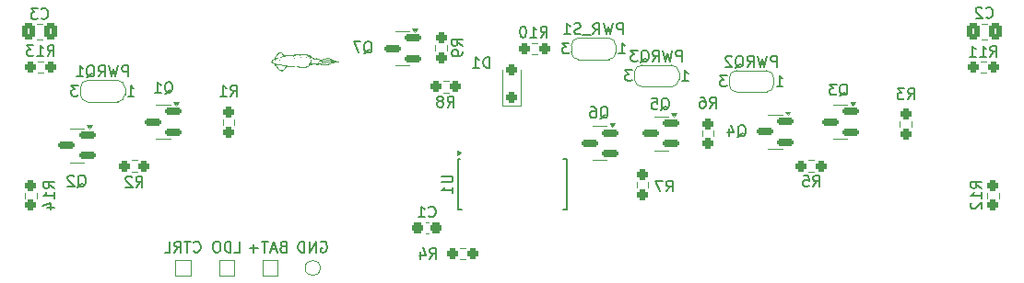
<source format=gbr>
%TF.GenerationSoftware,KiCad,Pcbnew,8.0.0*%
%TF.CreationDate,2024-11-21T20:10:56+00:00*%
%TF.ProjectId,display-board,64697370-6c61-4792-9d62-6f6172642e6b,rev?*%
%TF.SameCoordinates,Original*%
%TF.FileFunction,Legend,Bot*%
%TF.FilePolarity,Positive*%
%FSLAX46Y46*%
G04 Gerber Fmt 4.6, Leading zero omitted, Abs format (unit mm)*
G04 Created by KiCad (PCBNEW 8.0.0) date 2024-11-21 20:10:56*
%MOMM*%
%LPD*%
G01*
G04 APERTURE LIST*
G04 Aperture macros list*
%AMRoundRect*
0 Rectangle with rounded corners*
0 $1 Rounding radius*
0 $2 $3 $4 $5 $6 $7 $8 $9 X,Y pos of 4 corners*
0 Add a 4 corners polygon primitive as box body*
4,1,4,$2,$3,$4,$5,$6,$7,$8,$9,$2,$3,0*
0 Add four circle primitives for the rounded corners*
1,1,$1+$1,$2,$3*
1,1,$1+$1,$4,$5*
1,1,$1+$1,$6,$7*
1,1,$1+$1,$8,$9*
0 Add four rect primitives between the rounded corners*
20,1,$1+$1,$2,$3,$4,$5,0*
20,1,$1+$1,$4,$5,$6,$7,0*
20,1,$1+$1,$6,$7,$8,$9,0*
20,1,$1+$1,$8,$9,$2,$3,0*%
%AMFreePoly0*
4,1,19,0.550000,-0.750000,0.000000,-0.750000,0.000000,-0.744911,-0.071157,-0.744911,-0.207708,-0.704816,-0.327430,-0.627875,-0.420627,-0.520320,-0.479746,-0.390866,-0.500000,-0.250000,-0.500000,0.250000,-0.479746,0.390866,-0.420627,0.520320,-0.327430,0.627875,-0.207708,0.704816,-0.071157,0.744911,0.000000,0.744911,0.000000,0.750000,0.550000,0.750000,0.550000,-0.750000,0.550000,-0.750000,
$1*%
%AMFreePoly1*
4,1,19,0.000000,0.744911,0.071157,0.744911,0.207708,0.704816,0.327430,0.627875,0.420627,0.520320,0.479746,0.390866,0.500000,0.250000,0.500000,-0.250000,0.479746,-0.390866,0.420627,-0.520320,0.327430,-0.627875,0.207708,-0.704816,0.071157,-0.744911,0.000000,-0.744911,0.000000,-0.750000,-0.550000,-0.750000,-0.550000,0.750000,0.000000,0.750000,0.000000,0.744911,0.000000,0.744911,
$1*%
G04 Aperture macros list end*
%ADD10C,0.150000*%
%ADD11C,0.120000*%
%ADD12C,0.000000*%
%ADD13R,1.000000X1.000000*%
%ADD14RoundRect,0.237500X0.237500X-0.250000X0.237500X0.250000X-0.237500X0.250000X-0.237500X-0.250000X0*%
%ADD15RoundRect,0.237500X-0.250000X-0.237500X0.250000X-0.237500X0.250000X0.237500X-0.250000X0.237500X0*%
%ADD16RoundRect,0.237500X0.250000X0.237500X-0.250000X0.237500X-0.250000X-0.237500X0.250000X-0.237500X0*%
%ADD17RoundRect,0.250000X-0.337500X-0.475000X0.337500X-0.475000X0.337500X0.475000X-0.337500X0.475000X0*%
%ADD18RoundRect,0.250000X0.337500X0.475000X-0.337500X0.475000X-0.337500X-0.475000X0.337500X-0.475000X0*%
%ADD19RoundRect,0.237500X0.300000X0.237500X-0.300000X0.237500X-0.300000X-0.237500X0.300000X-0.237500X0*%
%ADD20O,1.000000X1.000000*%
%ADD21C,2.000000*%
%ADD22R,1.524000X2.524000*%
%ADD23O,1.524000X2.524000*%
%ADD24R,2.000000X2.000000*%
%ADD25FreePoly0,180.000000*%
%ADD26R,1.000000X1.500000*%
%ADD27FreePoly1,180.000000*%
%ADD28C,1.000000*%
%ADD29RoundRect,0.237500X-0.237500X0.250000X-0.237500X-0.250000X0.237500X-0.250000X0.237500X0.250000X0*%
%ADD30RoundRect,0.150000X0.587500X0.150000X-0.587500X0.150000X-0.587500X-0.150000X0.587500X-0.150000X0*%
%ADD31RoundRect,0.250000X0.250000X-0.250000X0.250000X0.250000X-0.250000X0.250000X-0.250000X-0.250000X0*%
%ADD32R,6.170000X2.400000*%
%ADD33R,0.400000X1.100000*%
G04 APERTURE END LIST*
D10*
X70771190Y-109159580D02*
X70818809Y-109207200D01*
X70818809Y-109207200D02*
X70961666Y-109254819D01*
X70961666Y-109254819D02*
X71056904Y-109254819D01*
X71056904Y-109254819D02*
X71199761Y-109207200D01*
X71199761Y-109207200D02*
X71294999Y-109111961D01*
X71294999Y-109111961D02*
X71342618Y-109016723D01*
X71342618Y-109016723D02*
X71390237Y-108826247D01*
X71390237Y-108826247D02*
X71390237Y-108683390D01*
X71390237Y-108683390D02*
X71342618Y-108492914D01*
X71342618Y-108492914D02*
X71294999Y-108397676D01*
X71294999Y-108397676D02*
X71199761Y-108302438D01*
X71199761Y-108302438D02*
X71056904Y-108254819D01*
X71056904Y-108254819D02*
X70961666Y-108254819D01*
X70961666Y-108254819D02*
X70818809Y-108302438D01*
X70818809Y-108302438D02*
X70771190Y-108350057D01*
X70485475Y-108254819D02*
X69914047Y-108254819D01*
X70199761Y-109254819D02*
X70199761Y-108254819D01*
X69009285Y-109254819D02*
X69342618Y-108778628D01*
X69580713Y-109254819D02*
X69580713Y-108254819D01*
X69580713Y-108254819D02*
X69199761Y-108254819D01*
X69199761Y-108254819D02*
X69104523Y-108302438D01*
X69104523Y-108302438D02*
X69056904Y-108350057D01*
X69056904Y-108350057D02*
X69009285Y-108445295D01*
X69009285Y-108445295D02*
X69009285Y-108588152D01*
X69009285Y-108588152D02*
X69056904Y-108683390D01*
X69056904Y-108683390D02*
X69104523Y-108731009D01*
X69104523Y-108731009D02*
X69199761Y-108778628D01*
X69199761Y-108778628D02*
X69580713Y-108778628D01*
X68104523Y-109254819D02*
X68580713Y-109254819D01*
X68580713Y-109254819D02*
X68580713Y-108254819D01*
X57949819Y-103357142D02*
X57473628Y-103023809D01*
X57949819Y-102785714D02*
X56949819Y-102785714D01*
X56949819Y-102785714D02*
X56949819Y-103166666D01*
X56949819Y-103166666D02*
X56997438Y-103261904D01*
X56997438Y-103261904D02*
X57045057Y-103309523D01*
X57045057Y-103309523D02*
X57140295Y-103357142D01*
X57140295Y-103357142D02*
X57283152Y-103357142D01*
X57283152Y-103357142D02*
X57378390Y-103309523D01*
X57378390Y-103309523D02*
X57426009Y-103261904D01*
X57426009Y-103261904D02*
X57473628Y-103166666D01*
X57473628Y-103166666D02*
X57473628Y-102785714D01*
X57949819Y-104309523D02*
X57949819Y-103738095D01*
X57949819Y-104023809D02*
X56949819Y-104023809D01*
X56949819Y-104023809D02*
X57092676Y-103928571D01*
X57092676Y-103928571D02*
X57187914Y-103833333D01*
X57187914Y-103833333D02*
X57235533Y-103738095D01*
X57283152Y-105166666D02*
X57949819Y-105166666D01*
X56902200Y-104928571D02*
X57616485Y-104690476D01*
X57616485Y-104690476D02*
X57616485Y-105309523D01*
X57337857Y-91154819D02*
X57671190Y-90678628D01*
X57909285Y-91154819D02*
X57909285Y-90154819D01*
X57909285Y-90154819D02*
X57528333Y-90154819D01*
X57528333Y-90154819D02*
X57433095Y-90202438D01*
X57433095Y-90202438D02*
X57385476Y-90250057D01*
X57385476Y-90250057D02*
X57337857Y-90345295D01*
X57337857Y-90345295D02*
X57337857Y-90488152D01*
X57337857Y-90488152D02*
X57385476Y-90583390D01*
X57385476Y-90583390D02*
X57433095Y-90631009D01*
X57433095Y-90631009D02*
X57528333Y-90678628D01*
X57528333Y-90678628D02*
X57909285Y-90678628D01*
X56385476Y-91154819D02*
X56956904Y-91154819D01*
X56671190Y-91154819D02*
X56671190Y-90154819D01*
X56671190Y-90154819D02*
X56766428Y-90297676D01*
X56766428Y-90297676D02*
X56861666Y-90392914D01*
X56861666Y-90392914D02*
X56956904Y-90440533D01*
X56052142Y-90154819D02*
X55433095Y-90154819D01*
X55433095Y-90154819D02*
X55766428Y-90535771D01*
X55766428Y-90535771D02*
X55623571Y-90535771D01*
X55623571Y-90535771D02*
X55528333Y-90583390D01*
X55528333Y-90583390D02*
X55480714Y-90631009D01*
X55480714Y-90631009D02*
X55433095Y-90726247D01*
X55433095Y-90726247D02*
X55433095Y-90964342D01*
X55433095Y-90964342D02*
X55480714Y-91059580D01*
X55480714Y-91059580D02*
X55528333Y-91107200D01*
X55528333Y-91107200D02*
X55623571Y-91154819D01*
X55623571Y-91154819D02*
X55909285Y-91154819D01*
X55909285Y-91154819D02*
X56004523Y-91107200D01*
X56004523Y-91107200D02*
X56052142Y-91059580D01*
X143149819Y-103357142D02*
X142673628Y-103023809D01*
X143149819Y-102785714D02*
X142149819Y-102785714D01*
X142149819Y-102785714D02*
X142149819Y-103166666D01*
X142149819Y-103166666D02*
X142197438Y-103261904D01*
X142197438Y-103261904D02*
X142245057Y-103309523D01*
X142245057Y-103309523D02*
X142340295Y-103357142D01*
X142340295Y-103357142D02*
X142483152Y-103357142D01*
X142483152Y-103357142D02*
X142578390Y-103309523D01*
X142578390Y-103309523D02*
X142626009Y-103261904D01*
X142626009Y-103261904D02*
X142673628Y-103166666D01*
X142673628Y-103166666D02*
X142673628Y-102785714D01*
X143149819Y-104309523D02*
X143149819Y-103738095D01*
X143149819Y-104023809D02*
X142149819Y-104023809D01*
X142149819Y-104023809D02*
X142292676Y-103928571D01*
X142292676Y-103928571D02*
X142387914Y-103833333D01*
X142387914Y-103833333D02*
X142435533Y-103738095D01*
X142245057Y-104690476D02*
X142197438Y-104738095D01*
X142197438Y-104738095D02*
X142149819Y-104833333D01*
X142149819Y-104833333D02*
X142149819Y-105071428D01*
X142149819Y-105071428D02*
X142197438Y-105166666D01*
X142197438Y-105166666D02*
X142245057Y-105214285D01*
X142245057Y-105214285D02*
X142340295Y-105261904D01*
X142340295Y-105261904D02*
X142435533Y-105261904D01*
X142435533Y-105261904D02*
X142578390Y-105214285D01*
X142578390Y-105214285D02*
X143149819Y-104642857D01*
X143149819Y-104642857D02*
X143149819Y-105261904D01*
X143937857Y-91224819D02*
X144271190Y-90748628D01*
X144509285Y-91224819D02*
X144509285Y-90224819D01*
X144509285Y-90224819D02*
X144128333Y-90224819D01*
X144128333Y-90224819D02*
X144033095Y-90272438D01*
X144033095Y-90272438D02*
X143985476Y-90320057D01*
X143985476Y-90320057D02*
X143937857Y-90415295D01*
X143937857Y-90415295D02*
X143937857Y-90558152D01*
X143937857Y-90558152D02*
X143985476Y-90653390D01*
X143985476Y-90653390D02*
X144033095Y-90701009D01*
X144033095Y-90701009D02*
X144128333Y-90748628D01*
X144128333Y-90748628D02*
X144509285Y-90748628D01*
X142985476Y-91224819D02*
X143556904Y-91224819D01*
X143271190Y-91224819D02*
X143271190Y-90224819D01*
X143271190Y-90224819D02*
X143366428Y-90367676D01*
X143366428Y-90367676D02*
X143461666Y-90462914D01*
X143461666Y-90462914D02*
X143556904Y-90510533D01*
X142033095Y-91224819D02*
X142604523Y-91224819D01*
X142318809Y-91224819D02*
X142318809Y-90224819D01*
X142318809Y-90224819D02*
X142414047Y-90367676D01*
X142414047Y-90367676D02*
X142509285Y-90462914D01*
X142509285Y-90462914D02*
X142604523Y-90510533D01*
X56761666Y-87659580D02*
X56809285Y-87707200D01*
X56809285Y-87707200D02*
X56952142Y-87754819D01*
X56952142Y-87754819D02*
X57047380Y-87754819D01*
X57047380Y-87754819D02*
X57190237Y-87707200D01*
X57190237Y-87707200D02*
X57285475Y-87611961D01*
X57285475Y-87611961D02*
X57333094Y-87516723D01*
X57333094Y-87516723D02*
X57380713Y-87326247D01*
X57380713Y-87326247D02*
X57380713Y-87183390D01*
X57380713Y-87183390D02*
X57333094Y-86992914D01*
X57333094Y-86992914D02*
X57285475Y-86897676D01*
X57285475Y-86897676D02*
X57190237Y-86802438D01*
X57190237Y-86802438D02*
X57047380Y-86754819D01*
X57047380Y-86754819D02*
X56952142Y-86754819D01*
X56952142Y-86754819D02*
X56809285Y-86802438D01*
X56809285Y-86802438D02*
X56761666Y-86850057D01*
X56428332Y-86754819D02*
X55809285Y-86754819D01*
X55809285Y-86754819D02*
X56142618Y-87135771D01*
X56142618Y-87135771D02*
X55999761Y-87135771D01*
X55999761Y-87135771D02*
X55904523Y-87183390D01*
X55904523Y-87183390D02*
X55856904Y-87231009D01*
X55856904Y-87231009D02*
X55809285Y-87326247D01*
X55809285Y-87326247D02*
X55809285Y-87564342D01*
X55809285Y-87564342D02*
X55856904Y-87659580D01*
X55856904Y-87659580D02*
X55904523Y-87707200D01*
X55904523Y-87707200D02*
X55999761Y-87754819D01*
X55999761Y-87754819D02*
X56285475Y-87754819D01*
X56285475Y-87754819D02*
X56380713Y-87707200D01*
X56380713Y-87707200D02*
X56428332Y-87659580D01*
X143561666Y-87579580D02*
X143609285Y-87627200D01*
X143609285Y-87627200D02*
X143752142Y-87674819D01*
X143752142Y-87674819D02*
X143847380Y-87674819D01*
X143847380Y-87674819D02*
X143990237Y-87627200D01*
X143990237Y-87627200D02*
X144085475Y-87531961D01*
X144085475Y-87531961D02*
X144133094Y-87436723D01*
X144133094Y-87436723D02*
X144180713Y-87246247D01*
X144180713Y-87246247D02*
X144180713Y-87103390D01*
X144180713Y-87103390D02*
X144133094Y-86912914D01*
X144133094Y-86912914D02*
X144085475Y-86817676D01*
X144085475Y-86817676D02*
X143990237Y-86722438D01*
X143990237Y-86722438D02*
X143847380Y-86674819D01*
X143847380Y-86674819D02*
X143752142Y-86674819D01*
X143752142Y-86674819D02*
X143609285Y-86722438D01*
X143609285Y-86722438D02*
X143561666Y-86770057D01*
X143180713Y-86770057D02*
X143133094Y-86722438D01*
X143133094Y-86722438D02*
X143037856Y-86674819D01*
X143037856Y-86674819D02*
X142799761Y-86674819D01*
X142799761Y-86674819D02*
X142704523Y-86722438D01*
X142704523Y-86722438D02*
X142656904Y-86770057D01*
X142656904Y-86770057D02*
X142609285Y-86865295D01*
X142609285Y-86865295D02*
X142609285Y-86960533D01*
X142609285Y-86960533D02*
X142656904Y-87103390D01*
X142656904Y-87103390D02*
X143228332Y-87674819D01*
X143228332Y-87674819D02*
X142609285Y-87674819D01*
X92361666Y-105929580D02*
X92409285Y-105977200D01*
X92409285Y-105977200D02*
X92552142Y-106024819D01*
X92552142Y-106024819D02*
X92647380Y-106024819D01*
X92647380Y-106024819D02*
X92790237Y-105977200D01*
X92790237Y-105977200D02*
X92885475Y-105881961D01*
X92885475Y-105881961D02*
X92933094Y-105786723D01*
X92933094Y-105786723D02*
X92980713Y-105596247D01*
X92980713Y-105596247D02*
X92980713Y-105453390D01*
X92980713Y-105453390D02*
X92933094Y-105262914D01*
X92933094Y-105262914D02*
X92885475Y-105167676D01*
X92885475Y-105167676D02*
X92790237Y-105072438D01*
X92790237Y-105072438D02*
X92647380Y-105024819D01*
X92647380Y-105024819D02*
X92552142Y-105024819D01*
X92552142Y-105024819D02*
X92409285Y-105072438D01*
X92409285Y-105072438D02*
X92361666Y-105120057D01*
X91409285Y-106024819D02*
X91980713Y-106024819D01*
X91694999Y-106024819D02*
X91694999Y-105024819D01*
X91694999Y-105024819D02*
X91790237Y-105167676D01*
X91790237Y-105167676D02*
X91885475Y-105262914D01*
X91885475Y-105262914D02*
X91980713Y-105310533D01*
X124333332Y-92154819D02*
X124333332Y-91154819D01*
X124333332Y-91154819D02*
X123952380Y-91154819D01*
X123952380Y-91154819D02*
X123857142Y-91202438D01*
X123857142Y-91202438D02*
X123809523Y-91250057D01*
X123809523Y-91250057D02*
X123761904Y-91345295D01*
X123761904Y-91345295D02*
X123761904Y-91488152D01*
X123761904Y-91488152D02*
X123809523Y-91583390D01*
X123809523Y-91583390D02*
X123857142Y-91631009D01*
X123857142Y-91631009D02*
X123952380Y-91678628D01*
X123952380Y-91678628D02*
X124333332Y-91678628D01*
X123428570Y-91154819D02*
X123190475Y-92154819D01*
X123190475Y-92154819D02*
X122999999Y-91440533D01*
X122999999Y-91440533D02*
X122809523Y-92154819D01*
X122809523Y-92154819D02*
X122571428Y-91154819D01*
X121619047Y-92154819D02*
X121952380Y-91678628D01*
X122190475Y-92154819D02*
X122190475Y-91154819D01*
X122190475Y-91154819D02*
X121809523Y-91154819D01*
X121809523Y-91154819D02*
X121714285Y-91202438D01*
X121714285Y-91202438D02*
X121666666Y-91250057D01*
X121666666Y-91250057D02*
X121619047Y-91345295D01*
X121619047Y-91345295D02*
X121619047Y-91488152D01*
X121619047Y-91488152D02*
X121666666Y-91583390D01*
X121666666Y-91583390D02*
X121714285Y-91631009D01*
X121714285Y-91631009D02*
X121809523Y-91678628D01*
X121809523Y-91678628D02*
X122190475Y-91678628D01*
X120523809Y-92250057D02*
X120619047Y-92202438D01*
X120619047Y-92202438D02*
X120714285Y-92107200D01*
X120714285Y-92107200D02*
X120857142Y-91964342D01*
X120857142Y-91964342D02*
X120952380Y-91916723D01*
X120952380Y-91916723D02*
X121047618Y-91916723D01*
X120999999Y-92154819D02*
X121095237Y-92107200D01*
X121095237Y-92107200D02*
X121190475Y-92011961D01*
X121190475Y-92011961D02*
X121238094Y-91821485D01*
X121238094Y-91821485D02*
X121238094Y-91488152D01*
X121238094Y-91488152D02*
X121190475Y-91297676D01*
X121190475Y-91297676D02*
X121095237Y-91202438D01*
X121095237Y-91202438D02*
X120999999Y-91154819D01*
X120999999Y-91154819D02*
X120809523Y-91154819D01*
X120809523Y-91154819D02*
X120714285Y-91202438D01*
X120714285Y-91202438D02*
X120619047Y-91297676D01*
X120619047Y-91297676D02*
X120571428Y-91488152D01*
X120571428Y-91488152D02*
X120571428Y-91821485D01*
X120571428Y-91821485D02*
X120619047Y-92011961D01*
X120619047Y-92011961D02*
X120714285Y-92107200D01*
X120714285Y-92107200D02*
X120809523Y-92154819D01*
X120809523Y-92154819D02*
X120999999Y-92154819D01*
X120190475Y-91250057D02*
X120142856Y-91202438D01*
X120142856Y-91202438D02*
X120047618Y-91154819D01*
X120047618Y-91154819D02*
X119809523Y-91154819D01*
X119809523Y-91154819D02*
X119714285Y-91202438D01*
X119714285Y-91202438D02*
X119666666Y-91250057D01*
X119666666Y-91250057D02*
X119619047Y-91345295D01*
X119619047Y-91345295D02*
X119619047Y-91440533D01*
X119619047Y-91440533D02*
X119666666Y-91583390D01*
X119666666Y-91583390D02*
X120238094Y-92154819D01*
X120238094Y-92154819D02*
X119619047Y-92154819D01*
X119733332Y-92954819D02*
X119114285Y-92954819D01*
X119114285Y-92954819D02*
X119447618Y-93335771D01*
X119447618Y-93335771D02*
X119304761Y-93335771D01*
X119304761Y-93335771D02*
X119209523Y-93383390D01*
X119209523Y-93383390D02*
X119161904Y-93431009D01*
X119161904Y-93431009D02*
X119114285Y-93526247D01*
X119114285Y-93526247D02*
X119114285Y-93764342D01*
X119114285Y-93764342D02*
X119161904Y-93859580D01*
X119161904Y-93859580D02*
X119209523Y-93907200D01*
X119209523Y-93907200D02*
X119304761Y-93954819D01*
X119304761Y-93954819D02*
X119590475Y-93954819D01*
X119590475Y-93954819D02*
X119685713Y-93907200D01*
X119685713Y-93907200D02*
X119733332Y-93859580D01*
X124314285Y-93954819D02*
X124885713Y-93954819D01*
X124599999Y-93954819D02*
X124599999Y-92954819D01*
X124599999Y-92954819D02*
X124695237Y-93097676D01*
X124695237Y-93097676D02*
X124790475Y-93192914D01*
X124790475Y-93192914D02*
X124885713Y-93240533D01*
X82456904Y-108302438D02*
X82552142Y-108254819D01*
X82552142Y-108254819D02*
X82694999Y-108254819D01*
X82694999Y-108254819D02*
X82837856Y-108302438D01*
X82837856Y-108302438D02*
X82933094Y-108397676D01*
X82933094Y-108397676D02*
X82980713Y-108492914D01*
X82980713Y-108492914D02*
X83028332Y-108683390D01*
X83028332Y-108683390D02*
X83028332Y-108826247D01*
X83028332Y-108826247D02*
X82980713Y-109016723D01*
X82980713Y-109016723D02*
X82933094Y-109111961D01*
X82933094Y-109111961D02*
X82837856Y-109207200D01*
X82837856Y-109207200D02*
X82694999Y-109254819D01*
X82694999Y-109254819D02*
X82599761Y-109254819D01*
X82599761Y-109254819D02*
X82456904Y-109207200D01*
X82456904Y-109207200D02*
X82409285Y-109159580D01*
X82409285Y-109159580D02*
X82409285Y-108826247D01*
X82409285Y-108826247D02*
X82599761Y-108826247D01*
X81980713Y-109254819D02*
X81980713Y-108254819D01*
X81980713Y-108254819D02*
X81409285Y-109254819D01*
X81409285Y-109254819D02*
X81409285Y-108254819D01*
X80933094Y-109254819D02*
X80933094Y-108254819D01*
X80933094Y-108254819D02*
X80694999Y-108254819D01*
X80694999Y-108254819D02*
X80552142Y-108302438D01*
X80552142Y-108302438D02*
X80456904Y-108397676D01*
X80456904Y-108397676D02*
X80409285Y-108492914D01*
X80409285Y-108492914D02*
X80361666Y-108683390D01*
X80361666Y-108683390D02*
X80361666Y-108826247D01*
X80361666Y-108826247D02*
X80409285Y-109016723D01*
X80409285Y-109016723D02*
X80456904Y-109111961D01*
X80456904Y-109111961D02*
X80552142Y-109207200D01*
X80552142Y-109207200D02*
X80694999Y-109254819D01*
X80694999Y-109254819D02*
X80933094Y-109254819D01*
X118166666Y-95954819D02*
X118499999Y-95478628D01*
X118738094Y-95954819D02*
X118738094Y-94954819D01*
X118738094Y-94954819D02*
X118357142Y-94954819D01*
X118357142Y-94954819D02*
X118261904Y-95002438D01*
X118261904Y-95002438D02*
X118214285Y-95050057D01*
X118214285Y-95050057D02*
X118166666Y-95145295D01*
X118166666Y-95145295D02*
X118166666Y-95288152D01*
X118166666Y-95288152D02*
X118214285Y-95383390D01*
X118214285Y-95383390D02*
X118261904Y-95431009D01*
X118261904Y-95431009D02*
X118357142Y-95478628D01*
X118357142Y-95478628D02*
X118738094Y-95478628D01*
X117309523Y-94954819D02*
X117499999Y-94954819D01*
X117499999Y-94954819D02*
X117595237Y-95002438D01*
X117595237Y-95002438D02*
X117642856Y-95050057D01*
X117642856Y-95050057D02*
X117738094Y-95192914D01*
X117738094Y-95192914D02*
X117785713Y-95383390D01*
X117785713Y-95383390D02*
X117785713Y-95764342D01*
X117785713Y-95764342D02*
X117738094Y-95859580D01*
X117738094Y-95859580D02*
X117690475Y-95907200D01*
X117690475Y-95907200D02*
X117595237Y-95954819D01*
X117595237Y-95954819D02*
X117404761Y-95954819D01*
X117404761Y-95954819D02*
X117309523Y-95907200D01*
X117309523Y-95907200D02*
X117261904Y-95859580D01*
X117261904Y-95859580D02*
X117214285Y-95764342D01*
X117214285Y-95764342D02*
X117214285Y-95526247D01*
X117214285Y-95526247D02*
X117261904Y-95431009D01*
X117261904Y-95431009D02*
X117309523Y-95383390D01*
X117309523Y-95383390D02*
X117404761Y-95335771D01*
X117404761Y-95335771D02*
X117595237Y-95335771D01*
X117595237Y-95335771D02*
X117690475Y-95383390D01*
X117690475Y-95383390D02*
X117738094Y-95431009D01*
X117738094Y-95431009D02*
X117785713Y-95526247D01*
X136366666Y-95154819D02*
X136699999Y-94678628D01*
X136938094Y-95154819D02*
X136938094Y-94154819D01*
X136938094Y-94154819D02*
X136557142Y-94154819D01*
X136557142Y-94154819D02*
X136461904Y-94202438D01*
X136461904Y-94202438D02*
X136414285Y-94250057D01*
X136414285Y-94250057D02*
X136366666Y-94345295D01*
X136366666Y-94345295D02*
X136366666Y-94488152D01*
X136366666Y-94488152D02*
X136414285Y-94583390D01*
X136414285Y-94583390D02*
X136461904Y-94631009D01*
X136461904Y-94631009D02*
X136557142Y-94678628D01*
X136557142Y-94678628D02*
X136938094Y-94678628D01*
X136033332Y-94154819D02*
X135414285Y-94154819D01*
X135414285Y-94154819D02*
X135747618Y-94535771D01*
X135747618Y-94535771D02*
X135604761Y-94535771D01*
X135604761Y-94535771D02*
X135509523Y-94583390D01*
X135509523Y-94583390D02*
X135461904Y-94631009D01*
X135461904Y-94631009D02*
X135414285Y-94726247D01*
X135414285Y-94726247D02*
X135414285Y-94964342D01*
X135414285Y-94964342D02*
X135461904Y-95059580D01*
X135461904Y-95059580D02*
X135509523Y-95107200D01*
X135509523Y-95107200D02*
X135604761Y-95154819D01*
X135604761Y-95154819D02*
X135890475Y-95154819D01*
X135890475Y-95154819D02*
X135985713Y-95107200D01*
X135985713Y-95107200D02*
X136033332Y-95059580D01*
X95454819Y-90233333D02*
X94978628Y-89900000D01*
X95454819Y-89661905D02*
X94454819Y-89661905D01*
X94454819Y-89661905D02*
X94454819Y-90042857D01*
X94454819Y-90042857D02*
X94502438Y-90138095D01*
X94502438Y-90138095D02*
X94550057Y-90185714D01*
X94550057Y-90185714D02*
X94645295Y-90233333D01*
X94645295Y-90233333D02*
X94788152Y-90233333D01*
X94788152Y-90233333D02*
X94883390Y-90185714D01*
X94883390Y-90185714D02*
X94931009Y-90138095D01*
X94931009Y-90138095D02*
X94978628Y-90042857D01*
X94978628Y-90042857D02*
X94978628Y-89661905D01*
X95454819Y-90709524D02*
X95454819Y-90900000D01*
X95454819Y-90900000D02*
X95407200Y-90995238D01*
X95407200Y-90995238D02*
X95359580Y-91042857D01*
X95359580Y-91042857D02*
X95216723Y-91138095D01*
X95216723Y-91138095D02*
X95026247Y-91185714D01*
X95026247Y-91185714D02*
X94645295Y-91185714D01*
X94645295Y-91185714D02*
X94550057Y-91138095D01*
X94550057Y-91138095D02*
X94502438Y-91090476D01*
X94502438Y-91090476D02*
X94454819Y-90995238D01*
X94454819Y-90995238D02*
X94454819Y-90804762D01*
X94454819Y-90804762D02*
X94502438Y-90709524D01*
X94502438Y-90709524D02*
X94550057Y-90661905D01*
X94550057Y-90661905D02*
X94645295Y-90614286D01*
X94645295Y-90614286D02*
X94883390Y-90614286D01*
X94883390Y-90614286D02*
X94978628Y-90661905D01*
X94978628Y-90661905D02*
X95026247Y-90709524D01*
X95026247Y-90709524D02*
X95073866Y-90804762D01*
X95073866Y-90804762D02*
X95073866Y-90995238D01*
X95073866Y-90995238D02*
X95026247Y-91090476D01*
X95026247Y-91090476D02*
X94978628Y-91138095D01*
X94978628Y-91138095D02*
X94883390Y-91185714D01*
X110166666Y-89154819D02*
X110166666Y-88154819D01*
X110166666Y-88154819D02*
X109785714Y-88154819D01*
X109785714Y-88154819D02*
X109690476Y-88202438D01*
X109690476Y-88202438D02*
X109642857Y-88250057D01*
X109642857Y-88250057D02*
X109595238Y-88345295D01*
X109595238Y-88345295D02*
X109595238Y-88488152D01*
X109595238Y-88488152D02*
X109642857Y-88583390D01*
X109642857Y-88583390D02*
X109690476Y-88631009D01*
X109690476Y-88631009D02*
X109785714Y-88678628D01*
X109785714Y-88678628D02*
X110166666Y-88678628D01*
X109261904Y-88154819D02*
X109023809Y-89154819D01*
X109023809Y-89154819D02*
X108833333Y-88440533D01*
X108833333Y-88440533D02*
X108642857Y-89154819D01*
X108642857Y-89154819D02*
X108404762Y-88154819D01*
X107452381Y-89154819D02*
X107785714Y-88678628D01*
X108023809Y-89154819D02*
X108023809Y-88154819D01*
X108023809Y-88154819D02*
X107642857Y-88154819D01*
X107642857Y-88154819D02*
X107547619Y-88202438D01*
X107547619Y-88202438D02*
X107500000Y-88250057D01*
X107500000Y-88250057D02*
X107452381Y-88345295D01*
X107452381Y-88345295D02*
X107452381Y-88488152D01*
X107452381Y-88488152D02*
X107500000Y-88583390D01*
X107500000Y-88583390D02*
X107547619Y-88631009D01*
X107547619Y-88631009D02*
X107642857Y-88678628D01*
X107642857Y-88678628D02*
X108023809Y-88678628D01*
X107261905Y-89250057D02*
X106500000Y-89250057D01*
X106309523Y-89107200D02*
X106166666Y-89154819D01*
X106166666Y-89154819D02*
X105928571Y-89154819D01*
X105928571Y-89154819D02*
X105833333Y-89107200D01*
X105833333Y-89107200D02*
X105785714Y-89059580D01*
X105785714Y-89059580D02*
X105738095Y-88964342D01*
X105738095Y-88964342D02*
X105738095Y-88869104D01*
X105738095Y-88869104D02*
X105785714Y-88773866D01*
X105785714Y-88773866D02*
X105833333Y-88726247D01*
X105833333Y-88726247D02*
X105928571Y-88678628D01*
X105928571Y-88678628D02*
X106119047Y-88631009D01*
X106119047Y-88631009D02*
X106214285Y-88583390D01*
X106214285Y-88583390D02*
X106261904Y-88535771D01*
X106261904Y-88535771D02*
X106309523Y-88440533D01*
X106309523Y-88440533D02*
X106309523Y-88345295D01*
X106309523Y-88345295D02*
X106261904Y-88250057D01*
X106261904Y-88250057D02*
X106214285Y-88202438D01*
X106214285Y-88202438D02*
X106119047Y-88154819D01*
X106119047Y-88154819D02*
X105880952Y-88154819D01*
X105880952Y-88154819D02*
X105738095Y-88202438D01*
X104785714Y-89154819D02*
X105357142Y-89154819D01*
X105071428Y-89154819D02*
X105071428Y-88154819D01*
X105071428Y-88154819D02*
X105166666Y-88297676D01*
X105166666Y-88297676D02*
X105261904Y-88392914D01*
X105261904Y-88392914D02*
X105357142Y-88440533D01*
X105233332Y-89954819D02*
X104614285Y-89954819D01*
X104614285Y-89954819D02*
X104947618Y-90335771D01*
X104947618Y-90335771D02*
X104804761Y-90335771D01*
X104804761Y-90335771D02*
X104709523Y-90383390D01*
X104709523Y-90383390D02*
X104661904Y-90431009D01*
X104661904Y-90431009D02*
X104614285Y-90526247D01*
X104614285Y-90526247D02*
X104614285Y-90764342D01*
X104614285Y-90764342D02*
X104661904Y-90859580D01*
X104661904Y-90859580D02*
X104709523Y-90907200D01*
X104709523Y-90907200D02*
X104804761Y-90954819D01*
X104804761Y-90954819D02*
X105090475Y-90954819D01*
X105090475Y-90954819D02*
X105185713Y-90907200D01*
X105185713Y-90907200D02*
X105233332Y-90859580D01*
X109814285Y-90954819D02*
X110385713Y-90954819D01*
X110099999Y-90954819D02*
X110099999Y-89954819D01*
X110099999Y-89954819D02*
X110195237Y-90097676D01*
X110195237Y-90097676D02*
X110290475Y-90192914D01*
X110290475Y-90192914D02*
X110385713Y-90240533D01*
X74166667Y-94854818D02*
X74500000Y-94378627D01*
X74738095Y-94854818D02*
X74738095Y-93854818D01*
X74738095Y-93854818D02*
X74357143Y-93854818D01*
X74357143Y-93854818D02*
X74261905Y-93902437D01*
X74261905Y-93902437D02*
X74214286Y-93950056D01*
X74214286Y-93950056D02*
X74166667Y-94045294D01*
X74166667Y-94045294D02*
X74166667Y-94188151D01*
X74166667Y-94188151D02*
X74214286Y-94283389D01*
X74214286Y-94283389D02*
X74261905Y-94331008D01*
X74261905Y-94331008D02*
X74357143Y-94378627D01*
X74357143Y-94378627D02*
X74738095Y-94378627D01*
X73214286Y-94854818D02*
X73785714Y-94854818D01*
X73500000Y-94854818D02*
X73500000Y-93854818D01*
X73500000Y-93854818D02*
X73595238Y-93997675D01*
X73595238Y-93997675D02*
X73690476Y-94092913D01*
X73690476Y-94092913D02*
X73785714Y-94140532D01*
X108095238Y-96950057D02*
X108190476Y-96902438D01*
X108190476Y-96902438D02*
X108285714Y-96807200D01*
X108285714Y-96807200D02*
X108428571Y-96664342D01*
X108428571Y-96664342D02*
X108523809Y-96616723D01*
X108523809Y-96616723D02*
X108619047Y-96616723D01*
X108571428Y-96854819D02*
X108666666Y-96807200D01*
X108666666Y-96807200D02*
X108761904Y-96711961D01*
X108761904Y-96711961D02*
X108809523Y-96521485D01*
X108809523Y-96521485D02*
X108809523Y-96188152D01*
X108809523Y-96188152D02*
X108761904Y-95997676D01*
X108761904Y-95997676D02*
X108666666Y-95902438D01*
X108666666Y-95902438D02*
X108571428Y-95854819D01*
X108571428Y-95854819D02*
X108380952Y-95854819D01*
X108380952Y-95854819D02*
X108285714Y-95902438D01*
X108285714Y-95902438D02*
X108190476Y-95997676D01*
X108190476Y-95997676D02*
X108142857Y-96188152D01*
X108142857Y-96188152D02*
X108142857Y-96521485D01*
X108142857Y-96521485D02*
X108190476Y-96711961D01*
X108190476Y-96711961D02*
X108285714Y-96807200D01*
X108285714Y-96807200D02*
X108380952Y-96854819D01*
X108380952Y-96854819D02*
X108571428Y-96854819D01*
X107285714Y-95854819D02*
X107476190Y-95854819D01*
X107476190Y-95854819D02*
X107571428Y-95902438D01*
X107571428Y-95902438D02*
X107619047Y-95950057D01*
X107619047Y-95950057D02*
X107714285Y-96092914D01*
X107714285Y-96092914D02*
X107761904Y-96283390D01*
X107761904Y-96283390D02*
X107761904Y-96664342D01*
X107761904Y-96664342D02*
X107714285Y-96759580D01*
X107714285Y-96759580D02*
X107666666Y-96807200D01*
X107666666Y-96807200D02*
X107571428Y-96854819D01*
X107571428Y-96854819D02*
X107380952Y-96854819D01*
X107380952Y-96854819D02*
X107285714Y-96807200D01*
X107285714Y-96807200D02*
X107238095Y-96759580D01*
X107238095Y-96759580D02*
X107190476Y-96664342D01*
X107190476Y-96664342D02*
X107190476Y-96426247D01*
X107190476Y-96426247D02*
X107238095Y-96331009D01*
X107238095Y-96331009D02*
X107285714Y-96283390D01*
X107285714Y-96283390D02*
X107380952Y-96235771D01*
X107380952Y-96235771D02*
X107571428Y-96235771D01*
X107571428Y-96235771D02*
X107666666Y-96283390D01*
X107666666Y-96283390D02*
X107714285Y-96331009D01*
X107714285Y-96331009D02*
X107761904Y-96426247D01*
X115633332Y-91654819D02*
X115633332Y-90654819D01*
X115633332Y-90654819D02*
X115252380Y-90654819D01*
X115252380Y-90654819D02*
X115157142Y-90702438D01*
X115157142Y-90702438D02*
X115109523Y-90750057D01*
X115109523Y-90750057D02*
X115061904Y-90845295D01*
X115061904Y-90845295D02*
X115061904Y-90988152D01*
X115061904Y-90988152D02*
X115109523Y-91083390D01*
X115109523Y-91083390D02*
X115157142Y-91131009D01*
X115157142Y-91131009D02*
X115252380Y-91178628D01*
X115252380Y-91178628D02*
X115633332Y-91178628D01*
X114728570Y-90654819D02*
X114490475Y-91654819D01*
X114490475Y-91654819D02*
X114299999Y-90940533D01*
X114299999Y-90940533D02*
X114109523Y-91654819D01*
X114109523Y-91654819D02*
X113871428Y-90654819D01*
X112919047Y-91654819D02*
X113252380Y-91178628D01*
X113490475Y-91654819D02*
X113490475Y-90654819D01*
X113490475Y-90654819D02*
X113109523Y-90654819D01*
X113109523Y-90654819D02*
X113014285Y-90702438D01*
X113014285Y-90702438D02*
X112966666Y-90750057D01*
X112966666Y-90750057D02*
X112919047Y-90845295D01*
X112919047Y-90845295D02*
X112919047Y-90988152D01*
X112919047Y-90988152D02*
X112966666Y-91083390D01*
X112966666Y-91083390D02*
X113014285Y-91131009D01*
X113014285Y-91131009D02*
X113109523Y-91178628D01*
X113109523Y-91178628D02*
X113490475Y-91178628D01*
X111823809Y-91750057D02*
X111919047Y-91702438D01*
X111919047Y-91702438D02*
X112014285Y-91607200D01*
X112014285Y-91607200D02*
X112157142Y-91464342D01*
X112157142Y-91464342D02*
X112252380Y-91416723D01*
X112252380Y-91416723D02*
X112347618Y-91416723D01*
X112299999Y-91654819D02*
X112395237Y-91607200D01*
X112395237Y-91607200D02*
X112490475Y-91511961D01*
X112490475Y-91511961D02*
X112538094Y-91321485D01*
X112538094Y-91321485D02*
X112538094Y-90988152D01*
X112538094Y-90988152D02*
X112490475Y-90797676D01*
X112490475Y-90797676D02*
X112395237Y-90702438D01*
X112395237Y-90702438D02*
X112299999Y-90654819D01*
X112299999Y-90654819D02*
X112109523Y-90654819D01*
X112109523Y-90654819D02*
X112014285Y-90702438D01*
X112014285Y-90702438D02*
X111919047Y-90797676D01*
X111919047Y-90797676D02*
X111871428Y-90988152D01*
X111871428Y-90988152D02*
X111871428Y-91321485D01*
X111871428Y-91321485D02*
X111919047Y-91511961D01*
X111919047Y-91511961D02*
X112014285Y-91607200D01*
X112014285Y-91607200D02*
X112109523Y-91654819D01*
X112109523Y-91654819D02*
X112299999Y-91654819D01*
X111538094Y-90654819D02*
X110919047Y-90654819D01*
X110919047Y-90654819D02*
X111252380Y-91035771D01*
X111252380Y-91035771D02*
X111109523Y-91035771D01*
X111109523Y-91035771D02*
X111014285Y-91083390D01*
X111014285Y-91083390D02*
X110966666Y-91131009D01*
X110966666Y-91131009D02*
X110919047Y-91226247D01*
X110919047Y-91226247D02*
X110919047Y-91464342D01*
X110919047Y-91464342D02*
X110966666Y-91559580D01*
X110966666Y-91559580D02*
X111014285Y-91607200D01*
X111014285Y-91607200D02*
X111109523Y-91654819D01*
X111109523Y-91654819D02*
X111395237Y-91654819D01*
X111395237Y-91654819D02*
X111490475Y-91607200D01*
X111490475Y-91607200D02*
X111538094Y-91559580D01*
X111033332Y-92454819D02*
X110414285Y-92454819D01*
X110414285Y-92454819D02*
X110747618Y-92835771D01*
X110747618Y-92835771D02*
X110604761Y-92835771D01*
X110604761Y-92835771D02*
X110509523Y-92883390D01*
X110509523Y-92883390D02*
X110461904Y-92931009D01*
X110461904Y-92931009D02*
X110414285Y-93026247D01*
X110414285Y-93026247D02*
X110414285Y-93264342D01*
X110414285Y-93264342D02*
X110461904Y-93359580D01*
X110461904Y-93359580D02*
X110509523Y-93407200D01*
X110509523Y-93407200D02*
X110604761Y-93454819D01*
X110604761Y-93454819D02*
X110890475Y-93454819D01*
X110890475Y-93454819D02*
X110985713Y-93407200D01*
X110985713Y-93407200D02*
X111033332Y-93359580D01*
X115614285Y-93454819D02*
X116185713Y-93454819D01*
X115899999Y-93454819D02*
X115899999Y-92454819D01*
X115899999Y-92454819D02*
X115995237Y-92597676D01*
X115995237Y-92597676D02*
X116090475Y-92692914D01*
X116090475Y-92692914D02*
X116185713Y-92740533D01*
X120720238Y-98650057D02*
X120815476Y-98602438D01*
X120815476Y-98602438D02*
X120910714Y-98507200D01*
X120910714Y-98507200D02*
X121053571Y-98364342D01*
X121053571Y-98364342D02*
X121148809Y-98316723D01*
X121148809Y-98316723D02*
X121244047Y-98316723D01*
X121196428Y-98554819D02*
X121291666Y-98507200D01*
X121291666Y-98507200D02*
X121386904Y-98411961D01*
X121386904Y-98411961D02*
X121434523Y-98221485D01*
X121434523Y-98221485D02*
X121434523Y-97888152D01*
X121434523Y-97888152D02*
X121386904Y-97697676D01*
X121386904Y-97697676D02*
X121291666Y-97602438D01*
X121291666Y-97602438D02*
X121196428Y-97554819D01*
X121196428Y-97554819D02*
X121005952Y-97554819D01*
X121005952Y-97554819D02*
X120910714Y-97602438D01*
X120910714Y-97602438D02*
X120815476Y-97697676D01*
X120815476Y-97697676D02*
X120767857Y-97888152D01*
X120767857Y-97888152D02*
X120767857Y-98221485D01*
X120767857Y-98221485D02*
X120815476Y-98411961D01*
X120815476Y-98411961D02*
X120910714Y-98507200D01*
X120910714Y-98507200D02*
X121005952Y-98554819D01*
X121005952Y-98554819D02*
X121196428Y-98554819D01*
X119910714Y-97888152D02*
X119910714Y-98554819D01*
X120148809Y-97507200D02*
X120386904Y-98221485D01*
X120386904Y-98221485D02*
X119767857Y-98221485D01*
X127666666Y-103184819D02*
X127999999Y-102708628D01*
X128238094Y-103184819D02*
X128238094Y-102184819D01*
X128238094Y-102184819D02*
X127857142Y-102184819D01*
X127857142Y-102184819D02*
X127761904Y-102232438D01*
X127761904Y-102232438D02*
X127714285Y-102280057D01*
X127714285Y-102280057D02*
X127666666Y-102375295D01*
X127666666Y-102375295D02*
X127666666Y-102518152D01*
X127666666Y-102518152D02*
X127714285Y-102613390D01*
X127714285Y-102613390D02*
X127761904Y-102661009D01*
X127761904Y-102661009D02*
X127857142Y-102708628D01*
X127857142Y-102708628D02*
X128238094Y-102708628D01*
X126761904Y-102184819D02*
X127238094Y-102184819D01*
X127238094Y-102184819D02*
X127285713Y-102661009D01*
X127285713Y-102661009D02*
X127238094Y-102613390D01*
X127238094Y-102613390D02*
X127142856Y-102565771D01*
X127142856Y-102565771D02*
X126904761Y-102565771D01*
X126904761Y-102565771D02*
X126809523Y-102613390D01*
X126809523Y-102613390D02*
X126761904Y-102661009D01*
X126761904Y-102661009D02*
X126714285Y-102756247D01*
X126714285Y-102756247D02*
X126714285Y-102994342D01*
X126714285Y-102994342D02*
X126761904Y-103089580D01*
X126761904Y-103089580D02*
X126809523Y-103137200D01*
X126809523Y-103137200D02*
X126904761Y-103184819D01*
X126904761Y-103184819D02*
X127142856Y-103184819D01*
X127142856Y-103184819D02*
X127238094Y-103137200D01*
X127238094Y-103137200D02*
X127285713Y-103089580D01*
X114166666Y-103654819D02*
X114499999Y-103178628D01*
X114738094Y-103654819D02*
X114738094Y-102654819D01*
X114738094Y-102654819D02*
X114357142Y-102654819D01*
X114357142Y-102654819D02*
X114261904Y-102702438D01*
X114261904Y-102702438D02*
X114214285Y-102750057D01*
X114214285Y-102750057D02*
X114166666Y-102845295D01*
X114166666Y-102845295D02*
X114166666Y-102988152D01*
X114166666Y-102988152D02*
X114214285Y-103083390D01*
X114214285Y-103083390D02*
X114261904Y-103131009D01*
X114261904Y-103131009D02*
X114357142Y-103178628D01*
X114357142Y-103178628D02*
X114738094Y-103178628D01*
X113833332Y-102654819D02*
X113166666Y-102654819D01*
X113166666Y-102654819D02*
X113595237Y-103654819D01*
X65466666Y-103254819D02*
X65799999Y-102778628D01*
X66038094Y-103254819D02*
X66038094Y-102254819D01*
X66038094Y-102254819D02*
X65657142Y-102254819D01*
X65657142Y-102254819D02*
X65561904Y-102302438D01*
X65561904Y-102302438D02*
X65514285Y-102350057D01*
X65514285Y-102350057D02*
X65466666Y-102445295D01*
X65466666Y-102445295D02*
X65466666Y-102588152D01*
X65466666Y-102588152D02*
X65514285Y-102683390D01*
X65514285Y-102683390D02*
X65561904Y-102731009D01*
X65561904Y-102731009D02*
X65657142Y-102778628D01*
X65657142Y-102778628D02*
X66038094Y-102778628D01*
X65085713Y-102350057D02*
X65038094Y-102302438D01*
X65038094Y-102302438D02*
X64942856Y-102254819D01*
X64942856Y-102254819D02*
X64704761Y-102254819D01*
X64704761Y-102254819D02*
X64609523Y-102302438D01*
X64609523Y-102302438D02*
X64561904Y-102350057D01*
X64561904Y-102350057D02*
X64514285Y-102445295D01*
X64514285Y-102445295D02*
X64514285Y-102540533D01*
X64514285Y-102540533D02*
X64561904Y-102683390D01*
X64561904Y-102683390D02*
X65133332Y-103254819D01*
X65133332Y-103254819D02*
X64514285Y-103254819D01*
X60095238Y-103250057D02*
X60190476Y-103202438D01*
X60190476Y-103202438D02*
X60285714Y-103107200D01*
X60285714Y-103107200D02*
X60428571Y-102964342D01*
X60428571Y-102964342D02*
X60523809Y-102916723D01*
X60523809Y-102916723D02*
X60619047Y-102916723D01*
X60571428Y-103154819D02*
X60666666Y-103107200D01*
X60666666Y-103107200D02*
X60761904Y-103011961D01*
X60761904Y-103011961D02*
X60809523Y-102821485D01*
X60809523Y-102821485D02*
X60809523Y-102488152D01*
X60809523Y-102488152D02*
X60761904Y-102297676D01*
X60761904Y-102297676D02*
X60666666Y-102202438D01*
X60666666Y-102202438D02*
X60571428Y-102154819D01*
X60571428Y-102154819D02*
X60380952Y-102154819D01*
X60380952Y-102154819D02*
X60285714Y-102202438D01*
X60285714Y-102202438D02*
X60190476Y-102297676D01*
X60190476Y-102297676D02*
X60142857Y-102488152D01*
X60142857Y-102488152D02*
X60142857Y-102821485D01*
X60142857Y-102821485D02*
X60190476Y-103011961D01*
X60190476Y-103011961D02*
X60285714Y-103107200D01*
X60285714Y-103107200D02*
X60380952Y-103154819D01*
X60380952Y-103154819D02*
X60571428Y-103154819D01*
X59761904Y-102250057D02*
X59714285Y-102202438D01*
X59714285Y-102202438D02*
X59619047Y-102154819D01*
X59619047Y-102154819D02*
X59380952Y-102154819D01*
X59380952Y-102154819D02*
X59285714Y-102202438D01*
X59285714Y-102202438D02*
X59238095Y-102250057D01*
X59238095Y-102250057D02*
X59190476Y-102345295D01*
X59190476Y-102345295D02*
X59190476Y-102440533D01*
X59190476Y-102440533D02*
X59238095Y-102583390D01*
X59238095Y-102583390D02*
X59809523Y-103154819D01*
X59809523Y-103154819D02*
X59190476Y-103154819D01*
X97938094Y-92254819D02*
X97938094Y-91254819D01*
X97938094Y-91254819D02*
X97699999Y-91254819D01*
X97699999Y-91254819D02*
X97557142Y-91302438D01*
X97557142Y-91302438D02*
X97461904Y-91397676D01*
X97461904Y-91397676D02*
X97414285Y-91492914D01*
X97414285Y-91492914D02*
X97366666Y-91683390D01*
X97366666Y-91683390D02*
X97366666Y-91826247D01*
X97366666Y-91826247D02*
X97414285Y-92016723D01*
X97414285Y-92016723D02*
X97461904Y-92111961D01*
X97461904Y-92111961D02*
X97557142Y-92207200D01*
X97557142Y-92207200D02*
X97699999Y-92254819D01*
X97699999Y-92254819D02*
X97938094Y-92254819D01*
X96414285Y-92254819D02*
X96985713Y-92254819D01*
X96699999Y-92254819D02*
X96699999Y-91254819D01*
X96699999Y-91254819D02*
X96795237Y-91397676D01*
X96795237Y-91397676D02*
X96890475Y-91492914D01*
X96890475Y-91492914D02*
X96985713Y-91540533D01*
X78952142Y-108731009D02*
X78809285Y-108778628D01*
X78809285Y-108778628D02*
X78761666Y-108826247D01*
X78761666Y-108826247D02*
X78714047Y-108921485D01*
X78714047Y-108921485D02*
X78714047Y-109064342D01*
X78714047Y-109064342D02*
X78761666Y-109159580D01*
X78761666Y-109159580D02*
X78809285Y-109207200D01*
X78809285Y-109207200D02*
X78904523Y-109254819D01*
X78904523Y-109254819D02*
X79285475Y-109254819D01*
X79285475Y-109254819D02*
X79285475Y-108254819D01*
X79285475Y-108254819D02*
X78952142Y-108254819D01*
X78952142Y-108254819D02*
X78856904Y-108302438D01*
X78856904Y-108302438D02*
X78809285Y-108350057D01*
X78809285Y-108350057D02*
X78761666Y-108445295D01*
X78761666Y-108445295D02*
X78761666Y-108540533D01*
X78761666Y-108540533D02*
X78809285Y-108635771D01*
X78809285Y-108635771D02*
X78856904Y-108683390D01*
X78856904Y-108683390D02*
X78952142Y-108731009D01*
X78952142Y-108731009D02*
X79285475Y-108731009D01*
X78333094Y-108969104D02*
X77856904Y-108969104D01*
X78428332Y-109254819D02*
X78094999Y-108254819D01*
X78094999Y-108254819D02*
X77761666Y-109254819D01*
X77571189Y-108254819D02*
X76999761Y-108254819D01*
X77285475Y-109254819D02*
X77285475Y-108254819D01*
X76666427Y-108873866D02*
X75904523Y-108873866D01*
X76285475Y-109254819D02*
X76285475Y-108492914D01*
X64733332Y-93054819D02*
X64733332Y-92054819D01*
X64733332Y-92054819D02*
X64352380Y-92054819D01*
X64352380Y-92054819D02*
X64257142Y-92102438D01*
X64257142Y-92102438D02*
X64209523Y-92150057D01*
X64209523Y-92150057D02*
X64161904Y-92245295D01*
X64161904Y-92245295D02*
X64161904Y-92388152D01*
X64161904Y-92388152D02*
X64209523Y-92483390D01*
X64209523Y-92483390D02*
X64257142Y-92531009D01*
X64257142Y-92531009D02*
X64352380Y-92578628D01*
X64352380Y-92578628D02*
X64733332Y-92578628D01*
X63828570Y-92054819D02*
X63590475Y-93054819D01*
X63590475Y-93054819D02*
X63399999Y-92340533D01*
X63399999Y-92340533D02*
X63209523Y-93054819D01*
X63209523Y-93054819D02*
X62971428Y-92054819D01*
X62019047Y-93054819D02*
X62352380Y-92578628D01*
X62590475Y-93054819D02*
X62590475Y-92054819D01*
X62590475Y-92054819D02*
X62209523Y-92054819D01*
X62209523Y-92054819D02*
X62114285Y-92102438D01*
X62114285Y-92102438D02*
X62066666Y-92150057D01*
X62066666Y-92150057D02*
X62019047Y-92245295D01*
X62019047Y-92245295D02*
X62019047Y-92388152D01*
X62019047Y-92388152D02*
X62066666Y-92483390D01*
X62066666Y-92483390D02*
X62114285Y-92531009D01*
X62114285Y-92531009D02*
X62209523Y-92578628D01*
X62209523Y-92578628D02*
X62590475Y-92578628D01*
X60923809Y-93150057D02*
X61019047Y-93102438D01*
X61019047Y-93102438D02*
X61114285Y-93007200D01*
X61114285Y-93007200D02*
X61257142Y-92864342D01*
X61257142Y-92864342D02*
X61352380Y-92816723D01*
X61352380Y-92816723D02*
X61447618Y-92816723D01*
X61399999Y-93054819D02*
X61495237Y-93007200D01*
X61495237Y-93007200D02*
X61590475Y-92911961D01*
X61590475Y-92911961D02*
X61638094Y-92721485D01*
X61638094Y-92721485D02*
X61638094Y-92388152D01*
X61638094Y-92388152D02*
X61590475Y-92197676D01*
X61590475Y-92197676D02*
X61495237Y-92102438D01*
X61495237Y-92102438D02*
X61399999Y-92054819D01*
X61399999Y-92054819D02*
X61209523Y-92054819D01*
X61209523Y-92054819D02*
X61114285Y-92102438D01*
X61114285Y-92102438D02*
X61019047Y-92197676D01*
X61019047Y-92197676D02*
X60971428Y-92388152D01*
X60971428Y-92388152D02*
X60971428Y-92721485D01*
X60971428Y-92721485D02*
X61019047Y-92911961D01*
X61019047Y-92911961D02*
X61114285Y-93007200D01*
X61114285Y-93007200D02*
X61209523Y-93054819D01*
X61209523Y-93054819D02*
X61399999Y-93054819D01*
X60019047Y-93054819D02*
X60590475Y-93054819D01*
X60304761Y-93054819D02*
X60304761Y-92054819D01*
X60304761Y-92054819D02*
X60399999Y-92197676D01*
X60399999Y-92197676D02*
X60495237Y-92292914D01*
X60495237Y-92292914D02*
X60590475Y-92340533D01*
X64714285Y-94854819D02*
X65285713Y-94854819D01*
X64999999Y-94854819D02*
X64999999Y-93854819D01*
X64999999Y-93854819D02*
X65095237Y-93997676D01*
X65095237Y-93997676D02*
X65190475Y-94092914D01*
X65190475Y-94092914D02*
X65285713Y-94140533D01*
X60133332Y-93854819D02*
X59514285Y-93854819D01*
X59514285Y-93854819D02*
X59847618Y-94235771D01*
X59847618Y-94235771D02*
X59704761Y-94235771D01*
X59704761Y-94235771D02*
X59609523Y-94283390D01*
X59609523Y-94283390D02*
X59561904Y-94331009D01*
X59561904Y-94331009D02*
X59514285Y-94426247D01*
X59514285Y-94426247D02*
X59514285Y-94664342D01*
X59514285Y-94664342D02*
X59561904Y-94759580D01*
X59561904Y-94759580D02*
X59609523Y-94807200D01*
X59609523Y-94807200D02*
X59704761Y-94854819D01*
X59704761Y-94854819D02*
X59990475Y-94854819D01*
X59990475Y-94854819D02*
X60085713Y-94807200D01*
X60085713Y-94807200D02*
X60133332Y-94759580D01*
X94079166Y-95884819D02*
X94412499Y-95408628D01*
X94650594Y-95884819D02*
X94650594Y-94884819D01*
X94650594Y-94884819D02*
X94269642Y-94884819D01*
X94269642Y-94884819D02*
X94174404Y-94932438D01*
X94174404Y-94932438D02*
X94126785Y-94980057D01*
X94126785Y-94980057D02*
X94079166Y-95075295D01*
X94079166Y-95075295D02*
X94079166Y-95218152D01*
X94079166Y-95218152D02*
X94126785Y-95313390D01*
X94126785Y-95313390D02*
X94174404Y-95361009D01*
X94174404Y-95361009D02*
X94269642Y-95408628D01*
X94269642Y-95408628D02*
X94650594Y-95408628D01*
X93507737Y-95313390D02*
X93602975Y-95265771D01*
X93602975Y-95265771D02*
X93650594Y-95218152D01*
X93650594Y-95218152D02*
X93698213Y-95122914D01*
X93698213Y-95122914D02*
X93698213Y-95075295D01*
X93698213Y-95075295D02*
X93650594Y-94980057D01*
X93650594Y-94980057D02*
X93602975Y-94932438D01*
X93602975Y-94932438D02*
X93507737Y-94884819D01*
X93507737Y-94884819D02*
X93317261Y-94884819D01*
X93317261Y-94884819D02*
X93222023Y-94932438D01*
X93222023Y-94932438D02*
X93174404Y-94980057D01*
X93174404Y-94980057D02*
X93126785Y-95075295D01*
X93126785Y-95075295D02*
X93126785Y-95122914D01*
X93126785Y-95122914D02*
X93174404Y-95218152D01*
X93174404Y-95218152D02*
X93222023Y-95265771D01*
X93222023Y-95265771D02*
X93317261Y-95313390D01*
X93317261Y-95313390D02*
X93507737Y-95313390D01*
X93507737Y-95313390D02*
X93602975Y-95361009D01*
X93602975Y-95361009D02*
X93650594Y-95408628D01*
X93650594Y-95408628D02*
X93698213Y-95503866D01*
X93698213Y-95503866D02*
X93698213Y-95694342D01*
X93698213Y-95694342D02*
X93650594Y-95789580D01*
X93650594Y-95789580D02*
X93602975Y-95837200D01*
X93602975Y-95837200D02*
X93507737Y-95884819D01*
X93507737Y-95884819D02*
X93317261Y-95884819D01*
X93317261Y-95884819D02*
X93222023Y-95837200D01*
X93222023Y-95837200D02*
X93174404Y-95789580D01*
X93174404Y-95789580D02*
X93126785Y-95694342D01*
X93126785Y-95694342D02*
X93126785Y-95503866D01*
X93126785Y-95503866D02*
X93174404Y-95408628D01*
X93174404Y-95408628D02*
X93222023Y-95361009D01*
X93222023Y-95361009D02*
X93317261Y-95313390D01*
X102642857Y-89454819D02*
X102976190Y-88978628D01*
X103214285Y-89454819D02*
X103214285Y-88454819D01*
X103214285Y-88454819D02*
X102833333Y-88454819D01*
X102833333Y-88454819D02*
X102738095Y-88502438D01*
X102738095Y-88502438D02*
X102690476Y-88550057D01*
X102690476Y-88550057D02*
X102642857Y-88645295D01*
X102642857Y-88645295D02*
X102642857Y-88788152D01*
X102642857Y-88788152D02*
X102690476Y-88883390D01*
X102690476Y-88883390D02*
X102738095Y-88931009D01*
X102738095Y-88931009D02*
X102833333Y-88978628D01*
X102833333Y-88978628D02*
X103214285Y-88978628D01*
X101690476Y-89454819D02*
X102261904Y-89454819D01*
X101976190Y-89454819D02*
X101976190Y-88454819D01*
X101976190Y-88454819D02*
X102071428Y-88597676D01*
X102071428Y-88597676D02*
X102166666Y-88692914D01*
X102166666Y-88692914D02*
X102261904Y-88740533D01*
X101071428Y-88454819D02*
X100976190Y-88454819D01*
X100976190Y-88454819D02*
X100880952Y-88502438D01*
X100880952Y-88502438D02*
X100833333Y-88550057D01*
X100833333Y-88550057D02*
X100785714Y-88645295D01*
X100785714Y-88645295D02*
X100738095Y-88835771D01*
X100738095Y-88835771D02*
X100738095Y-89073866D01*
X100738095Y-89073866D02*
X100785714Y-89264342D01*
X100785714Y-89264342D02*
X100833333Y-89359580D01*
X100833333Y-89359580D02*
X100880952Y-89407200D01*
X100880952Y-89407200D02*
X100976190Y-89454819D01*
X100976190Y-89454819D02*
X101071428Y-89454819D01*
X101071428Y-89454819D02*
X101166666Y-89407200D01*
X101166666Y-89407200D02*
X101214285Y-89359580D01*
X101214285Y-89359580D02*
X101261904Y-89264342D01*
X101261904Y-89264342D02*
X101309523Y-89073866D01*
X101309523Y-89073866D02*
X101309523Y-88835771D01*
X101309523Y-88835771D02*
X101261904Y-88645295D01*
X101261904Y-88645295D02*
X101214285Y-88550057D01*
X101214285Y-88550057D02*
X101166666Y-88502438D01*
X101166666Y-88502438D02*
X101071428Y-88454819D01*
X86395238Y-90950057D02*
X86490476Y-90902438D01*
X86490476Y-90902438D02*
X86585714Y-90807200D01*
X86585714Y-90807200D02*
X86728571Y-90664342D01*
X86728571Y-90664342D02*
X86823809Y-90616723D01*
X86823809Y-90616723D02*
X86919047Y-90616723D01*
X86871428Y-90854819D02*
X86966666Y-90807200D01*
X86966666Y-90807200D02*
X87061904Y-90711961D01*
X87061904Y-90711961D02*
X87109523Y-90521485D01*
X87109523Y-90521485D02*
X87109523Y-90188152D01*
X87109523Y-90188152D02*
X87061904Y-89997676D01*
X87061904Y-89997676D02*
X86966666Y-89902438D01*
X86966666Y-89902438D02*
X86871428Y-89854819D01*
X86871428Y-89854819D02*
X86680952Y-89854819D01*
X86680952Y-89854819D02*
X86585714Y-89902438D01*
X86585714Y-89902438D02*
X86490476Y-89997676D01*
X86490476Y-89997676D02*
X86442857Y-90188152D01*
X86442857Y-90188152D02*
X86442857Y-90521485D01*
X86442857Y-90521485D02*
X86490476Y-90711961D01*
X86490476Y-90711961D02*
X86585714Y-90807200D01*
X86585714Y-90807200D02*
X86680952Y-90854819D01*
X86680952Y-90854819D02*
X86871428Y-90854819D01*
X86109523Y-89854819D02*
X85442857Y-89854819D01*
X85442857Y-89854819D02*
X85871428Y-90854819D01*
X130095238Y-94850057D02*
X130190476Y-94802438D01*
X130190476Y-94802438D02*
X130285714Y-94707200D01*
X130285714Y-94707200D02*
X130428571Y-94564342D01*
X130428571Y-94564342D02*
X130523809Y-94516723D01*
X130523809Y-94516723D02*
X130619047Y-94516723D01*
X130571428Y-94754819D02*
X130666666Y-94707200D01*
X130666666Y-94707200D02*
X130761904Y-94611961D01*
X130761904Y-94611961D02*
X130809523Y-94421485D01*
X130809523Y-94421485D02*
X130809523Y-94088152D01*
X130809523Y-94088152D02*
X130761904Y-93897676D01*
X130761904Y-93897676D02*
X130666666Y-93802438D01*
X130666666Y-93802438D02*
X130571428Y-93754819D01*
X130571428Y-93754819D02*
X130380952Y-93754819D01*
X130380952Y-93754819D02*
X130285714Y-93802438D01*
X130285714Y-93802438D02*
X130190476Y-93897676D01*
X130190476Y-93897676D02*
X130142857Y-94088152D01*
X130142857Y-94088152D02*
X130142857Y-94421485D01*
X130142857Y-94421485D02*
X130190476Y-94611961D01*
X130190476Y-94611961D02*
X130285714Y-94707200D01*
X130285714Y-94707200D02*
X130380952Y-94754819D01*
X130380952Y-94754819D02*
X130571428Y-94754819D01*
X129809523Y-93754819D02*
X129190476Y-93754819D01*
X129190476Y-93754819D02*
X129523809Y-94135771D01*
X129523809Y-94135771D02*
X129380952Y-94135771D01*
X129380952Y-94135771D02*
X129285714Y-94183390D01*
X129285714Y-94183390D02*
X129238095Y-94231009D01*
X129238095Y-94231009D02*
X129190476Y-94326247D01*
X129190476Y-94326247D02*
X129190476Y-94564342D01*
X129190476Y-94564342D02*
X129238095Y-94659580D01*
X129238095Y-94659580D02*
X129285714Y-94707200D01*
X129285714Y-94707200D02*
X129380952Y-94754819D01*
X129380952Y-94754819D02*
X129666666Y-94754819D01*
X129666666Y-94754819D02*
X129761904Y-94707200D01*
X129761904Y-94707200D02*
X129809523Y-94659580D01*
X113695238Y-96150057D02*
X113790476Y-96102438D01*
X113790476Y-96102438D02*
X113885714Y-96007200D01*
X113885714Y-96007200D02*
X114028571Y-95864342D01*
X114028571Y-95864342D02*
X114123809Y-95816723D01*
X114123809Y-95816723D02*
X114219047Y-95816723D01*
X114171428Y-96054819D02*
X114266666Y-96007200D01*
X114266666Y-96007200D02*
X114361904Y-95911961D01*
X114361904Y-95911961D02*
X114409523Y-95721485D01*
X114409523Y-95721485D02*
X114409523Y-95388152D01*
X114409523Y-95388152D02*
X114361904Y-95197676D01*
X114361904Y-95197676D02*
X114266666Y-95102438D01*
X114266666Y-95102438D02*
X114171428Y-95054819D01*
X114171428Y-95054819D02*
X113980952Y-95054819D01*
X113980952Y-95054819D02*
X113885714Y-95102438D01*
X113885714Y-95102438D02*
X113790476Y-95197676D01*
X113790476Y-95197676D02*
X113742857Y-95388152D01*
X113742857Y-95388152D02*
X113742857Y-95721485D01*
X113742857Y-95721485D02*
X113790476Y-95911961D01*
X113790476Y-95911961D02*
X113885714Y-96007200D01*
X113885714Y-96007200D02*
X113980952Y-96054819D01*
X113980952Y-96054819D02*
X114171428Y-96054819D01*
X112838095Y-95054819D02*
X113314285Y-95054819D01*
X113314285Y-95054819D02*
X113361904Y-95531009D01*
X113361904Y-95531009D02*
X113314285Y-95483390D01*
X113314285Y-95483390D02*
X113219047Y-95435771D01*
X113219047Y-95435771D02*
X112980952Y-95435771D01*
X112980952Y-95435771D02*
X112885714Y-95483390D01*
X112885714Y-95483390D02*
X112838095Y-95531009D01*
X112838095Y-95531009D02*
X112790476Y-95626247D01*
X112790476Y-95626247D02*
X112790476Y-95864342D01*
X112790476Y-95864342D02*
X112838095Y-95959580D01*
X112838095Y-95959580D02*
X112885714Y-96007200D01*
X112885714Y-96007200D02*
X112980952Y-96054819D01*
X112980952Y-96054819D02*
X113219047Y-96054819D01*
X113219047Y-96054819D02*
X113314285Y-96007200D01*
X113314285Y-96007200D02*
X113361904Y-95959580D01*
X74509285Y-109254819D02*
X74985475Y-109254819D01*
X74985475Y-109254819D02*
X74985475Y-108254819D01*
X74175951Y-109254819D02*
X74175951Y-108254819D01*
X74175951Y-108254819D02*
X73937856Y-108254819D01*
X73937856Y-108254819D02*
X73794999Y-108302438D01*
X73794999Y-108302438D02*
X73699761Y-108397676D01*
X73699761Y-108397676D02*
X73652142Y-108492914D01*
X73652142Y-108492914D02*
X73604523Y-108683390D01*
X73604523Y-108683390D02*
X73604523Y-108826247D01*
X73604523Y-108826247D02*
X73652142Y-109016723D01*
X73652142Y-109016723D02*
X73699761Y-109111961D01*
X73699761Y-109111961D02*
X73794999Y-109207200D01*
X73794999Y-109207200D02*
X73937856Y-109254819D01*
X73937856Y-109254819D02*
X74175951Y-109254819D01*
X72985475Y-108254819D02*
X72794999Y-108254819D01*
X72794999Y-108254819D02*
X72699761Y-108302438D01*
X72699761Y-108302438D02*
X72604523Y-108397676D01*
X72604523Y-108397676D02*
X72556904Y-108588152D01*
X72556904Y-108588152D02*
X72556904Y-108921485D01*
X72556904Y-108921485D02*
X72604523Y-109111961D01*
X72604523Y-109111961D02*
X72699761Y-109207200D01*
X72699761Y-109207200D02*
X72794999Y-109254819D01*
X72794999Y-109254819D02*
X72985475Y-109254819D01*
X72985475Y-109254819D02*
X73080713Y-109207200D01*
X73080713Y-109207200D02*
X73175951Y-109111961D01*
X73175951Y-109111961D02*
X73223570Y-108921485D01*
X73223570Y-108921485D02*
X73223570Y-108588152D01*
X73223570Y-108588152D02*
X73175951Y-108397676D01*
X73175951Y-108397676D02*
X73080713Y-108302438D01*
X73080713Y-108302438D02*
X72985475Y-108254819D01*
X68095238Y-94650057D02*
X68190476Y-94602438D01*
X68190476Y-94602438D02*
X68285714Y-94507200D01*
X68285714Y-94507200D02*
X68428571Y-94364342D01*
X68428571Y-94364342D02*
X68523809Y-94316723D01*
X68523809Y-94316723D02*
X68619047Y-94316723D01*
X68571428Y-94554819D02*
X68666666Y-94507200D01*
X68666666Y-94507200D02*
X68761904Y-94411961D01*
X68761904Y-94411961D02*
X68809523Y-94221485D01*
X68809523Y-94221485D02*
X68809523Y-93888152D01*
X68809523Y-93888152D02*
X68761904Y-93697676D01*
X68761904Y-93697676D02*
X68666666Y-93602438D01*
X68666666Y-93602438D02*
X68571428Y-93554819D01*
X68571428Y-93554819D02*
X68380952Y-93554819D01*
X68380952Y-93554819D02*
X68285714Y-93602438D01*
X68285714Y-93602438D02*
X68190476Y-93697676D01*
X68190476Y-93697676D02*
X68142857Y-93888152D01*
X68142857Y-93888152D02*
X68142857Y-94221485D01*
X68142857Y-94221485D02*
X68190476Y-94411961D01*
X68190476Y-94411961D02*
X68285714Y-94507200D01*
X68285714Y-94507200D02*
X68380952Y-94554819D01*
X68380952Y-94554819D02*
X68571428Y-94554819D01*
X67190476Y-94554819D02*
X67761904Y-94554819D01*
X67476190Y-94554819D02*
X67476190Y-93554819D01*
X67476190Y-93554819D02*
X67571428Y-93697676D01*
X67571428Y-93697676D02*
X67666666Y-93792914D01*
X67666666Y-93792914D02*
X67761904Y-93840533D01*
X93554819Y-102238095D02*
X94364342Y-102238095D01*
X94364342Y-102238095D02*
X94459580Y-102285714D01*
X94459580Y-102285714D02*
X94507200Y-102333333D01*
X94507200Y-102333333D02*
X94554819Y-102428571D01*
X94554819Y-102428571D02*
X94554819Y-102619047D01*
X94554819Y-102619047D02*
X94507200Y-102714285D01*
X94507200Y-102714285D02*
X94459580Y-102761904D01*
X94459580Y-102761904D02*
X94364342Y-102809523D01*
X94364342Y-102809523D02*
X93554819Y-102809523D01*
X94554819Y-103809523D02*
X94554819Y-103238095D01*
X94554819Y-103523809D02*
X93554819Y-103523809D01*
X93554819Y-103523809D02*
X93697676Y-103428571D01*
X93697676Y-103428571D02*
X93792914Y-103333333D01*
X93792914Y-103333333D02*
X93840533Y-103238095D01*
X92461666Y-109854819D02*
X92794999Y-109378628D01*
X93033094Y-109854819D02*
X93033094Y-108854819D01*
X93033094Y-108854819D02*
X92652142Y-108854819D01*
X92652142Y-108854819D02*
X92556904Y-108902438D01*
X92556904Y-108902438D02*
X92509285Y-108950057D01*
X92509285Y-108950057D02*
X92461666Y-109045295D01*
X92461666Y-109045295D02*
X92461666Y-109188152D01*
X92461666Y-109188152D02*
X92509285Y-109283390D01*
X92509285Y-109283390D02*
X92556904Y-109331009D01*
X92556904Y-109331009D02*
X92652142Y-109378628D01*
X92652142Y-109378628D02*
X93033094Y-109378628D01*
X91604523Y-109188152D02*
X91604523Y-109854819D01*
X91842618Y-108807200D02*
X92080713Y-109521485D01*
X92080713Y-109521485D02*
X91461666Y-109521485D01*
D11*
%TO.C,CTRL*%
X69095000Y-110000000D02*
X70495000Y-110000000D01*
X69095000Y-111400000D02*
X69095000Y-110000000D01*
X70495000Y-110000000D02*
X70495000Y-111400000D01*
X70495000Y-111400000D02*
X69095000Y-111400000D01*
%TO.C,R14*%
X56317500Y-103745276D02*
X56317500Y-104254724D01*
X55272500Y-103745276D02*
X55272500Y-104254724D01*
%TO.C,R13*%
X56949724Y-92722500D02*
X56440276Y-92722500D01*
X56949724Y-91677500D02*
X56440276Y-91677500D01*
%TO.C,R12*%
X143673000Y-103745276D02*
X143673000Y-104254724D01*
X144718000Y-103745276D02*
X144718000Y-104254724D01*
%TO.C,R11*%
X143040276Y-91677500D02*
X143549724Y-91677500D01*
X143040276Y-92722500D02*
X143549724Y-92722500D01*
%TO.C,C3*%
X56856252Y-88165000D02*
X56333748Y-88165000D01*
X56856252Y-89635000D02*
X56333748Y-89635000D01*
%TO.C,C2*%
X143133748Y-88165000D02*
X143656252Y-88165000D01*
X143133748Y-89635000D02*
X143656252Y-89635000D01*
%TO.C,C1*%
X92048733Y-106490000D02*
X92341267Y-106490000D01*
X92048733Y-107510000D02*
X92341267Y-107510000D01*
%TO.C,PWRQ2*%
X119950000Y-93800000D02*
X119950000Y-93200000D01*
X120600000Y-92500000D02*
X123400000Y-92500000D01*
X123400000Y-94500000D02*
X120600000Y-94500000D01*
X124050000Y-93200000D02*
X124050000Y-93800000D01*
X119950000Y-93200000D02*
G75*
G02*
X120650000Y-92500000I700000J0D01*
G01*
X120650000Y-94500000D02*
G75*
G02*
X119950000Y-93800000I0J700000D01*
G01*
X123350000Y-92500000D02*
G75*
G02*
X124050000Y-93200000I1J-699999D01*
G01*
X124050000Y-93800000D02*
G75*
G02*
X123350000Y-94500000I-699999J-1D01*
G01*
%TO.C,GND*%
X82395000Y-110700000D02*
G75*
G02*
X80995000Y-110700000I-700000J0D01*
G01*
X80995000Y-110700000D02*
G75*
G02*
X82395000Y-110700000I700000J0D01*
G01*
%TO.C,R6*%
X117477500Y-98567224D02*
X117477500Y-98057776D01*
X118522500Y-98567224D02*
X118522500Y-98057776D01*
%TO.C,R3*%
X135640000Y-97667224D02*
X135640000Y-97157776D01*
X136685000Y-97667224D02*
X136685000Y-97157776D01*
%TO.C,R9*%
X92977500Y-90654724D02*
X92977500Y-90145276D01*
X94022500Y-90654724D02*
X94022500Y-90145276D01*
%TO.C,PWR_S1*%
X105450000Y-90800000D02*
X105450000Y-90200000D01*
X106100000Y-89500000D02*
X108900000Y-89500000D01*
X108900000Y-91500000D02*
X106100000Y-91500000D01*
X109550000Y-90200000D02*
X109550000Y-90800000D01*
X105450000Y-90200000D02*
G75*
G02*
X106150000Y-89500000I700000J0D01*
G01*
X106150000Y-91500000D02*
G75*
G02*
X105450000Y-90800000I0J700000D01*
G01*
X108850000Y-89500000D02*
G75*
G02*
X109550000Y-90200000I1J-699999D01*
G01*
X109550000Y-90800000D02*
G75*
G02*
X108850000Y-91500000I-699999J-1D01*
G01*
%TO.C,R1*%
X73440000Y-97504724D02*
X73440000Y-96995276D01*
X74485000Y-97504724D02*
X74485000Y-96995276D01*
%TO.C,Q6*%
X107412500Y-97640000D02*
X108062500Y-97640000D01*
X107412500Y-100760000D02*
X108062500Y-100760000D01*
X108712500Y-97640000D02*
X108062500Y-97640000D01*
X108712500Y-100760000D02*
X108062500Y-100760000D01*
X109225000Y-97690000D02*
X108985000Y-97360000D01*
X109465000Y-97360000D01*
X109225000Y-97690000D01*
G36*
X109225000Y-97690000D02*
G01*
X108985000Y-97360000D01*
X109465000Y-97360000D01*
X109225000Y-97690000D01*
G37*
D12*
%TO.C,G\u002A\u002A\u002A*%
G36*
X78440996Y-91583941D02*
G01*
X78444864Y-91601265D01*
X78440653Y-91612256D01*
X78425483Y-91619298D01*
X78420053Y-91618507D01*
X78408147Y-91608652D01*
X78405043Y-91593519D01*
X78413182Y-91580750D01*
X78427232Y-91576775D01*
X78440996Y-91583941D01*
G37*
G36*
X78588570Y-91255877D02*
G01*
X78597513Y-91269879D01*
X78597519Y-91283360D01*
X78588124Y-91296003D01*
X78570716Y-91295858D01*
X78561467Y-91288122D01*
X78556556Y-91271021D01*
X78562537Y-91255136D01*
X78573636Y-91250638D01*
X78588570Y-91255877D01*
G37*
G36*
X78690221Y-91519297D02*
G01*
X78699152Y-91533427D01*
X78698412Y-91545689D01*
X78687368Y-91557918D01*
X78669551Y-91558138D01*
X78661501Y-91550062D01*
X78658328Y-91533382D01*
X78664137Y-91518480D01*
X78675317Y-91513969D01*
X78690221Y-91519297D01*
G37*
G36*
X78793577Y-91440795D02*
G01*
X78799998Y-91457376D01*
X78795143Y-91472552D01*
X78780967Y-91479130D01*
X78770077Y-91475308D01*
X78761357Y-91460599D01*
X78762862Y-91440903D01*
X78766712Y-91433681D01*
X78778481Y-91429122D01*
X78793577Y-91440795D01*
G37*
G36*
X79316754Y-91255953D02*
G01*
X79325686Y-91270083D01*
X79324945Y-91282345D01*
X79313901Y-91294574D01*
X79296084Y-91294793D01*
X79288034Y-91286717D01*
X79284861Y-91270037D01*
X79290670Y-91255136D01*
X79301850Y-91250625D01*
X79316754Y-91255953D01*
G37*
G36*
X79360683Y-91308157D02*
G01*
X79365167Y-91326812D01*
X79362585Y-91340015D01*
X79350324Y-91350093D01*
X79346677Y-91350472D01*
X79333642Y-91344345D01*
X79329218Y-91329795D01*
X79335857Y-91313087D01*
X79349510Y-91303374D01*
X79360683Y-91308157D01*
G37*
G36*
X79452221Y-91247458D02*
G01*
X79461152Y-91261588D01*
X79460412Y-91273850D01*
X79449368Y-91286079D01*
X79431551Y-91286298D01*
X79423501Y-91278222D01*
X79420328Y-91261542D01*
X79426137Y-91246641D01*
X79437317Y-91242130D01*
X79452221Y-91247458D01*
G37*
G36*
X79893443Y-91176482D02*
G01*
X79899251Y-91193669D01*
X79892514Y-91209100D01*
X79876228Y-91215786D01*
X79860364Y-91209914D01*
X79853947Y-91195056D01*
X79860556Y-91177450D01*
X79866709Y-91170831D01*
X79879789Y-91165733D01*
X79893443Y-91176482D01*
G37*
G36*
X80110543Y-91211922D02*
G01*
X80114467Y-91228528D01*
X80110996Y-91244517D01*
X80098033Y-91249766D01*
X80088419Y-91248535D01*
X80075041Y-91237992D01*
X80075351Y-91219627D01*
X80081062Y-91212644D01*
X80097268Y-91207291D01*
X80110543Y-91211922D01*
G37*
G36*
X80460599Y-91148210D02*
G01*
X80465833Y-91164816D01*
X80463241Y-91178578D01*
X80450991Y-91188689D01*
X80437215Y-91185409D01*
X80429143Y-91171195D01*
X80431035Y-91151446D01*
X80436344Y-91143486D01*
X80448811Y-91140348D01*
X80460599Y-91148210D01*
G37*
G36*
X80655443Y-91176482D02*
G01*
X80661251Y-91193669D01*
X80654514Y-91209100D01*
X80638228Y-91215786D01*
X80622364Y-91209914D01*
X80615947Y-91195056D01*
X80622556Y-91177450D01*
X80628709Y-91170831D01*
X80641789Y-91165733D01*
X80655443Y-91176482D01*
G37*
G36*
X81130199Y-91172006D02*
G01*
X81134700Y-91191009D01*
X81131246Y-91206311D01*
X81117883Y-91211538D01*
X81112670Y-91210841D01*
X81100547Y-91201031D01*
X81097683Y-91185626D01*
X81106350Y-91172343D01*
X81117618Y-91167475D01*
X81130199Y-91172006D01*
G37*
G36*
X81129466Y-91275635D02*
G01*
X81134700Y-91292241D01*
X81132108Y-91306002D01*
X81119858Y-91316113D01*
X81106082Y-91312834D01*
X81098010Y-91298620D01*
X81099902Y-91278870D01*
X81105211Y-91270910D01*
X81117678Y-91267773D01*
X81129466Y-91275635D01*
G37*
G36*
X81194069Y-91221176D02*
G01*
X81202136Y-91233766D01*
X81199743Y-91248067D01*
X81186515Y-91256857D01*
X81173989Y-91256067D01*
X81161975Y-91244858D01*
X81161961Y-91226726D01*
X81168230Y-91220177D01*
X81184461Y-91217461D01*
X81194069Y-91221176D01*
G37*
G36*
X81365688Y-91374883D02*
G01*
X81374619Y-91389013D01*
X81373879Y-91401275D01*
X81362834Y-91413503D01*
X81345018Y-91413723D01*
X81336968Y-91405647D01*
X81333795Y-91388967D01*
X81339604Y-91374065D01*
X81350783Y-91369554D01*
X81365688Y-91374883D01*
G37*
G36*
X81611221Y-91383378D02*
G01*
X81620153Y-91397508D01*
X81619412Y-91409770D01*
X81608368Y-91421998D01*
X81590551Y-91422218D01*
X81582501Y-91414142D01*
X81579328Y-91397462D01*
X81585137Y-91382560D01*
X81596317Y-91378049D01*
X81611221Y-91383378D01*
G37*
G36*
X81615996Y-91448021D02*
G01*
X81619864Y-91465345D01*
X81615653Y-91476337D01*
X81600483Y-91483378D01*
X81595053Y-91482587D01*
X81583147Y-91472733D01*
X81580043Y-91457599D01*
X81588183Y-91444831D01*
X81602233Y-91440856D01*
X81615996Y-91448021D01*
G37*
G36*
X81689177Y-91449290D02*
G01*
X81695787Y-91466055D01*
X81689942Y-91481190D01*
X81673505Y-91487625D01*
X81657258Y-91480979D01*
X81650485Y-91465565D01*
X81656291Y-91448321D01*
X81662184Y-91442056D01*
X81675074Y-91437724D01*
X81689177Y-91449290D01*
G37*
G36*
X81770010Y-91466772D02*
G01*
X81773933Y-91483378D01*
X81770462Y-91499366D01*
X81757500Y-91504615D01*
X81747886Y-91503384D01*
X81734508Y-91492841D01*
X81734817Y-91474476D01*
X81740529Y-91467494D01*
X81756734Y-91462140D01*
X81770010Y-91466772D01*
G37*
G36*
X80027496Y-91375800D02*
G01*
X80034033Y-91389817D01*
X80033866Y-91392373D01*
X80025428Y-91405890D01*
X80009615Y-91410664D01*
X79993910Y-91404043D01*
X79990287Y-91397824D01*
X79990538Y-91381413D01*
X79997642Y-91372716D01*
X80012871Y-91369618D01*
X80027496Y-91375800D01*
G37*
G36*
X80032531Y-91297952D02*
G01*
X80041361Y-91313096D01*
X80041740Y-91329391D01*
X80035312Y-91338993D01*
X80020707Y-91342070D01*
X80004400Y-91330468D01*
X79998128Y-91318580D01*
X80004400Y-91304983D01*
X80011220Y-91298008D01*
X80021333Y-91292241D01*
X80032531Y-91297952D01*
G37*
G36*
X80885258Y-91217355D02*
G01*
X80895681Y-91226405D01*
X80897483Y-91234975D01*
X80892285Y-91251593D01*
X80876060Y-91258261D01*
X80867303Y-91257143D01*
X80854017Y-91246559D01*
X80854284Y-91228122D01*
X80856105Y-91224784D01*
X80869167Y-91216935D01*
X80885258Y-91217355D01*
G37*
G36*
X80550185Y-91299319D02*
G01*
X80559286Y-91314839D01*
X80560180Y-91330360D01*
X80552701Y-91340017D01*
X80537223Y-91341868D01*
X80520867Y-91330468D01*
X80514595Y-91318580D01*
X80520867Y-91304983D01*
X80527686Y-91298008D01*
X80537800Y-91292241D01*
X80537833Y-91292241D01*
X80550185Y-91299319D01*
G37*
G36*
X80641353Y-91243610D02*
G01*
X80662351Y-91253724D01*
X80672228Y-91270661D01*
X80668125Y-91290117D01*
X80656395Y-91302629D01*
X80637767Y-91307993D01*
X80620566Y-91301545D01*
X80609459Y-91285502D01*
X80609116Y-91262083D01*
X80610395Y-91257481D01*
X80619120Y-91244337D01*
X80636725Y-91242859D01*
X80641353Y-91243610D01*
G37*
G36*
X78257279Y-91540881D02*
G01*
X78269086Y-91551764D01*
X78270839Y-91553969D01*
X78275089Y-91565963D01*
X78265889Y-91579069D01*
X78259401Y-91585209D01*
X78249613Y-91588593D01*
X78237711Y-91579069D01*
X78235422Y-91576708D01*
X78228313Y-91564274D01*
X78234514Y-91551764D01*
X78241738Y-91544372D01*
X78251800Y-91538595D01*
X78257279Y-91540881D01*
G37*
G36*
X80136879Y-91277537D02*
G01*
X80148686Y-91288420D01*
X80150439Y-91290625D01*
X80154689Y-91302619D01*
X80145489Y-91315725D01*
X80139001Y-91321864D01*
X80129213Y-91325249D01*
X80117311Y-91315725D01*
X80115022Y-91313363D01*
X80107913Y-91300929D01*
X80114114Y-91288420D01*
X80121338Y-91281028D01*
X80131400Y-91275251D01*
X80136879Y-91277537D01*
G37*
G36*
X79947888Y-91203018D02*
G01*
X79967718Y-91221012D01*
X79975007Y-91233384D01*
X79977462Y-91247859D01*
X79969763Y-91265611D01*
X79965025Y-91272644D01*
X79944642Y-91287589D01*
X79920850Y-91290216D01*
X79899631Y-91279353D01*
X79889602Y-91264230D01*
X79887337Y-91238771D01*
X79899879Y-91214331D01*
X79902144Y-91211965D01*
X79924482Y-91199850D01*
X79947888Y-91203018D01*
G37*
G36*
X78468852Y-91453646D02*
G01*
X78484621Y-91460398D01*
X78499316Y-91475598D01*
X78505800Y-91491873D01*
X78505375Y-91494886D01*
X78497930Y-91509465D01*
X78485799Y-91523696D01*
X78475005Y-91530100D01*
X78474001Y-91530084D01*
X78454505Y-91522318D01*
X78442054Y-91504588D01*
X78439132Y-91483044D01*
X78448227Y-91463839D01*
X78454074Y-91459150D01*
X78468789Y-91453645D01*
X78468852Y-91453646D01*
G37*
G36*
X78715095Y-90810267D02*
G01*
X78735059Y-90812068D01*
X78775653Y-90819928D01*
X78816761Y-90834248D01*
X78860136Y-90856102D01*
X78907531Y-90886560D01*
X78960699Y-90926693D01*
X79021392Y-90977573D01*
X79091364Y-91040272D01*
X79189624Y-91130391D01*
X79259225Y-91118113D01*
X79315213Y-91109241D01*
X79389611Y-91099364D01*
X79476328Y-91089360D01*
X79573541Y-91079348D01*
X79679428Y-91069446D01*
X79792167Y-91059771D01*
X79909934Y-91050441D01*
X80030908Y-91041576D01*
X80153265Y-91033291D01*
X80275183Y-91025707D01*
X80394840Y-91018940D01*
X80510412Y-91013108D01*
X80620078Y-91008331D01*
X80722014Y-91004724D01*
X80814399Y-91002407D01*
X80895409Y-91001498D01*
X80963223Y-91002115D01*
X81016017Y-91004374D01*
X81034715Y-91005708D01*
X81081064Y-91009547D01*
X81118816Y-91014088D01*
X81152874Y-91020353D01*
X81188141Y-91029361D01*
X81229519Y-91042130D01*
X81281910Y-91059682D01*
X81306301Y-91067533D01*
X81351753Y-91080274D01*
X81394946Y-91090320D01*
X81429096Y-91095996D01*
X81430007Y-91096095D01*
X81470653Y-91103262D01*
X81496248Y-91114912D01*
X81508324Y-91132210D01*
X81508413Y-91156321D01*
X81508329Y-91156764D01*
X81510036Y-91182292D01*
X81526462Y-91200208D01*
X81558033Y-91210982D01*
X81565759Y-91212570D01*
X81608974Y-91226469D01*
X81656348Y-91250227D01*
X81709965Y-91285025D01*
X81771909Y-91332042D01*
X81804951Y-91357803D01*
X81854831Y-91393716D01*
X81898504Y-91421414D01*
X81934694Y-91440268D01*
X81962124Y-91449649D01*
X81979518Y-91448926D01*
X81985600Y-91437469D01*
X81991306Y-91418297D01*
X82007720Y-91395270D01*
X82029861Y-91375541D01*
X82052685Y-91364591D01*
X82072612Y-91363140D01*
X82104598Y-91370698D01*
X82132103Y-91387713D01*
X82149095Y-91411268D01*
X82155419Y-91425451D01*
X82165585Y-91433450D01*
X82183502Y-91431710D01*
X82197256Y-91429146D01*
X82242446Y-91425444D01*
X82289794Y-91427139D01*
X82333100Y-91433783D01*
X82366163Y-91444927D01*
X82385277Y-91455853D01*
X82415133Y-91478592D01*
X82435358Y-91501991D01*
X82442800Y-91522846D01*
X82444001Y-91531526D01*
X82450006Y-91538595D01*
X82454941Y-91537174D01*
X82473526Y-91530124D01*
X82503035Y-91518179D01*
X82540692Y-91502468D01*
X82583724Y-91484122D01*
X82639861Y-91460841D01*
X82762177Y-91417116D01*
X82880282Y-91385455D01*
X82998373Y-91364844D01*
X83120645Y-91354269D01*
X83164486Y-91352679D01*
X83208258Y-91352822D01*
X83247870Y-91355794D01*
X83286032Y-91362366D01*
X83325457Y-91373307D01*
X83368856Y-91389387D01*
X83418941Y-91411375D01*
X83478423Y-91440042D01*
X83550014Y-91476157D01*
X83740690Y-91573487D01*
X83767365Y-91547546D01*
X83774504Y-91540932D01*
X83792308Y-91527109D01*
X83804220Y-91521605D01*
X83812382Y-91523439D01*
X83829376Y-91536744D01*
X83842808Y-91557941D01*
X83848267Y-91581070D01*
X83848267Y-91581383D01*
X83850699Y-91599172D01*
X83856435Y-91606555D01*
X83862368Y-91608065D01*
X83872785Y-91620435D01*
X83877077Y-91639610D01*
X83873044Y-91658692D01*
X83867981Y-91669637D01*
X83871149Y-91674192D01*
X83887563Y-91671628D01*
X83893677Y-91670517D01*
X83918271Y-91667293D01*
X83952127Y-91663828D01*
X83989815Y-91660702D01*
X84029067Y-91658675D01*
X84061016Y-91659977D01*
X84080842Y-91665960D01*
X84090964Y-91677423D01*
X84093800Y-91695169D01*
X84092619Y-91710408D01*
X84086680Y-91724516D01*
X84073521Y-91734952D01*
X84050720Y-91742867D01*
X84015855Y-91749413D01*
X83966505Y-91755743D01*
X83958237Y-91756703D01*
X83875443Y-91767332D01*
X83797521Y-91779520D01*
X83721540Y-91793978D01*
X83644573Y-91811416D01*
X83563690Y-91832544D01*
X83475963Y-91858075D01*
X83378462Y-91888718D01*
X83268259Y-91925183D01*
X83191002Y-91950911D01*
X83115278Y-91975126D01*
X83050892Y-91994208D01*
X82995455Y-92008651D01*
X82946572Y-92018951D01*
X82901854Y-92025603D01*
X82858908Y-92029102D01*
X82815343Y-92029944D01*
X82768767Y-92028624D01*
X82732274Y-92026491D01*
X82677147Y-92020715D01*
X82625662Y-92011195D01*
X82573216Y-91996789D01*
X82515207Y-91976354D01*
X82447033Y-91948747D01*
X82435295Y-91943811D01*
X82380285Y-91921487D01*
X82331588Y-91903553D01*
X82281740Y-91887396D01*
X82223272Y-91870402D01*
X82222654Y-91870226D01*
X82198849Y-91857384D01*
X82190289Y-91837705D01*
X82197550Y-91812485D01*
X82201839Y-91805821D01*
X82215959Y-91793229D01*
X82236005Y-91786910D01*
X82263500Y-91787112D01*
X82299967Y-91794083D01*
X82346929Y-91808070D01*
X82405909Y-91829319D01*
X82478431Y-91858079D01*
X82506631Y-91869407D01*
X82555290Y-91888134D01*
X82600567Y-91904619D01*
X82638393Y-91917397D01*
X82664698Y-91925008D01*
X82686494Y-91929343D01*
X82745091Y-91935693D01*
X82810938Y-91937110D01*
X82877807Y-91933592D01*
X82939472Y-91925136D01*
X82944456Y-91924097D01*
X82970627Y-91917612D01*
X83008876Y-91907200D01*
X83056625Y-91893642D01*
X83111295Y-91877717D01*
X83170308Y-91860208D01*
X83231087Y-91841895D01*
X83291051Y-91823559D01*
X83347625Y-91805981D01*
X83398228Y-91789942D01*
X83440282Y-91776223D01*
X83471210Y-91765605D01*
X83488433Y-91758868D01*
X83490070Y-91757319D01*
X83481235Y-91754892D01*
X83455945Y-91753629D01*
X83414501Y-91753539D01*
X83357200Y-91754632D01*
X83330820Y-91755409D01*
X83261749Y-91758722D01*
X83199468Y-91764176D01*
X83136433Y-91772545D01*
X83065100Y-91784603D01*
X82963082Y-91802716D01*
X82868580Y-91818473D01*
X82788832Y-91830473D01*
X82722943Y-91838796D01*
X82670019Y-91843519D01*
X82629166Y-91844721D01*
X82599491Y-91842480D01*
X82580100Y-91836875D01*
X82570098Y-91827983D01*
X82564864Y-91816931D01*
X82560243Y-91793428D01*
X82568572Y-91775486D01*
X82590787Y-91762431D01*
X82627822Y-91753590D01*
X82680613Y-91748288D01*
X82712053Y-91745572D01*
X82760123Y-91739955D01*
X82816201Y-91732300D01*
X82875659Y-91723244D01*
X82910782Y-91717318D01*
X83556167Y-91717318D01*
X83556251Y-91722043D01*
X83559625Y-91736671D01*
X83569188Y-91738125D01*
X83569670Y-91737977D01*
X83583766Y-91734305D01*
X83610445Y-91727828D01*
X83646066Y-91719414D01*
X83686989Y-91709936D01*
X83728299Y-91699881D01*
X83759203Y-91691005D01*
X83775834Y-91684314D01*
X83776992Y-91680204D01*
X83776759Y-91680115D01*
X83765964Y-91676455D01*
X83756164Y-91676170D01*
X83741730Y-91680091D01*
X83717033Y-91689048D01*
X83702353Y-91693519D01*
X83666674Y-91698154D01*
X83619667Y-91696983D01*
X83556167Y-91692364D01*
X83556167Y-91717318D01*
X82910782Y-91717318D01*
X82933867Y-91713423D01*
X82968533Y-91707249D01*
X83037631Y-91695015D01*
X83052902Y-91692364D01*
X83093620Y-91685297D01*
X83138979Y-91677751D01*
X83176188Y-91672031D01*
X83207728Y-91667792D01*
X83236079Y-91664689D01*
X83263720Y-91662376D01*
X83293132Y-91660510D01*
X83326795Y-91658743D01*
X83436090Y-91653278D01*
X83360965Y-91628298D01*
X83277724Y-91607361D01*
X83179198Y-91598623D01*
X83079449Y-91606369D01*
X83053476Y-91611418D01*
X83012864Y-91620722D01*
X82963622Y-91632970D01*
X82909742Y-91647166D01*
X82855215Y-91662315D01*
X82804140Y-91676703D01*
X82753127Y-91690676D01*
X82707682Y-91702733D01*
X82671367Y-91711930D01*
X82647748Y-91717323D01*
X82612702Y-91722879D01*
X82570908Y-91723777D01*
X82543324Y-91715486D01*
X82529926Y-91697995D01*
X82530687Y-91671293D01*
X82536219Y-91657375D01*
X82546961Y-91646707D01*
X82565749Y-91638439D01*
X82595524Y-91631287D01*
X82639229Y-91623967D01*
X82656591Y-91620884D01*
X82695071Y-91612595D01*
X82742596Y-91601161D01*
X82794738Y-91587664D01*
X82847068Y-91573186D01*
X82878090Y-91564395D01*
X82968773Y-91540286D01*
X83047013Y-91522555D01*
X83115238Y-91511065D01*
X83175875Y-91505679D01*
X83231349Y-91506260D01*
X83284088Y-91512669D01*
X83336518Y-91524771D01*
X83391067Y-91542428D01*
X83396493Y-91544383D01*
X83443034Y-91560709D01*
X83487196Y-91575481D01*
X83526266Y-91587865D01*
X83557532Y-91597026D01*
X83578281Y-91602129D01*
X83585800Y-91602340D01*
X83581643Y-91598485D01*
X83564863Y-91588187D01*
X83537979Y-91573360D01*
X83503979Y-91555515D01*
X83465849Y-91536163D01*
X83426579Y-91516814D01*
X83389155Y-91498980D01*
X83356567Y-91484172D01*
X83331800Y-91473899D01*
X83328591Y-91472691D01*
X83303174Y-91463638D01*
X83280751Y-91457348D01*
X83257338Y-91453311D01*
X83228948Y-91451022D01*
X83191597Y-91449973D01*
X83141300Y-91449657D01*
X83084756Y-91450192D01*
X83031009Y-91452676D01*
X82986340Y-91457473D01*
X82946567Y-91464911D01*
X82883743Y-91480272D01*
X82718903Y-91529551D01*
X82560473Y-91589726D01*
X82492909Y-91617640D01*
X82424665Y-91643503D01*
X82369450Y-91661200D01*
X82326341Y-91670859D01*
X82294417Y-91672607D01*
X82272756Y-91666572D01*
X82260435Y-91652879D01*
X82256533Y-91631658D01*
X82256665Y-91627644D01*
X82265410Y-91603419D01*
X82288397Y-91586608D01*
X82326383Y-91576613D01*
X82339802Y-91574200D01*
X82359041Y-91568701D01*
X82366600Y-91563312D01*
X82360488Y-91553165D01*
X82342222Y-91540541D01*
X82316459Y-91528958D01*
X82287938Y-91520967D01*
X82273324Y-91519319D01*
X82240762Y-91519163D01*
X82202608Y-91521695D01*
X82164492Y-91526323D01*
X82132044Y-91532458D01*
X82110895Y-91539511D01*
X82105762Y-91541171D01*
X82083132Y-91543169D01*
X82047168Y-91542718D01*
X82000246Y-91539810D01*
X81978017Y-91537816D01*
X81931882Y-91531476D01*
X81891820Y-91521517D01*
X81854194Y-91506289D01*
X81815365Y-91484142D01*
X81771695Y-91453426D01*
X81719548Y-91412491D01*
X81685185Y-91385709D01*
X81648242Y-91358844D01*
X81615360Y-91336787D01*
X81590964Y-91322630D01*
X81576087Y-91315719D01*
X81546280Y-91304712D01*
X81524770Y-91300688D01*
X81513418Y-91303466D01*
X81514086Y-91312863D01*
X81528635Y-91328699D01*
X81531159Y-91330935D01*
X81540745Y-91344738D01*
X81536995Y-91359959D01*
X81535576Y-91363304D01*
X81534460Y-91376138D01*
X81538248Y-91396013D01*
X81547624Y-91425745D01*
X81563272Y-91468152D01*
X81585773Y-91535420D01*
X81600791Y-91604537D01*
X81604264Y-91664202D01*
X81596016Y-91713098D01*
X81593185Y-91720001D01*
X81577526Y-91745788D01*
X81552336Y-91778559D01*
X81519951Y-91815179D01*
X81503641Y-91833067D01*
X81474317Y-91868715D01*
X81454078Y-91898681D01*
X81444103Y-91921082D01*
X81445568Y-91934037D01*
X81450665Y-91933589D01*
X81469103Y-91929274D01*
X81497633Y-91921532D01*
X81532764Y-91911275D01*
X81551162Y-91905798D01*
X81628787Y-91884360D01*
X81696242Y-91869120D01*
X81757832Y-91859363D01*
X81817860Y-91854373D01*
X81880633Y-91853434D01*
X81900347Y-91853655D01*
X81939011Y-91853613D01*
X81965599Y-91852364D01*
X81983572Y-91849456D01*
X81996387Y-91844437D01*
X82007504Y-91836855D01*
X82027192Y-91825699D01*
X82064253Y-91818930D01*
X82069106Y-91818988D01*
X82090504Y-91822076D01*
X82108802Y-91832271D01*
X82130505Y-91852910D01*
X82145145Y-91867743D01*
X82162285Y-91880536D01*
X82181269Y-91885840D01*
X82209628Y-91886890D01*
X82228400Y-91887805D01*
X82262329Y-91896292D01*
X82283179Y-91912712D01*
X82289855Y-91935878D01*
X82281263Y-91964601D01*
X82279138Y-91968230D01*
X82271899Y-91975290D01*
X82259366Y-91979024D01*
X82237671Y-91980165D01*
X82202947Y-91979447D01*
X82166365Y-91979424D01*
X82134475Y-91982098D01*
X82115273Y-91987244D01*
X82111214Y-91989115D01*
X82088152Y-91994967D01*
X82060703Y-91997324D01*
X82050369Y-91997028D01*
X82023489Y-91990858D01*
X82000329Y-91973963D01*
X81991590Y-91965974D01*
X81980694Y-91958631D01*
X81966875Y-91953855D01*
X81946633Y-91950927D01*
X81916463Y-91949126D01*
X81872866Y-91947730D01*
X81863430Y-91947486D01*
X81821227Y-91947105D01*
X81783776Y-91948534D01*
X81747608Y-91952366D01*
X81709254Y-91959195D01*
X81665243Y-91969614D01*
X81612107Y-91984218D01*
X81546376Y-92003600D01*
X81511858Y-92014095D01*
X81478723Y-92024955D01*
X81456310Y-92034031D01*
X81441458Y-92042919D01*
X81431006Y-92053215D01*
X81421791Y-92066518D01*
X81403460Y-92088945D01*
X81371471Y-92117926D01*
X81331570Y-92147694D01*
X81287872Y-92175211D01*
X81244492Y-92197439D01*
X81229212Y-92204066D01*
X81181534Y-92222335D01*
X81134300Y-92235995D01*
X81084056Y-92245598D01*
X81027344Y-92251696D01*
X80960711Y-92254843D01*
X80880700Y-92255590D01*
X80849029Y-92255301D01*
X80778809Y-92253532D01*
X80708136Y-92250423D01*
X80642801Y-92246256D01*
X80588600Y-92241315D01*
X80533398Y-92235625D01*
X80470364Y-92229961D01*
X80408558Y-92225119D01*
X80355767Y-92221754D01*
X80349411Y-92221406D01*
X80307901Y-92218478D01*
X80272644Y-92214911D01*
X80247197Y-92211125D01*
X80235117Y-92207537D01*
X80229799Y-92201001D01*
X80224919Y-92180269D01*
X80228143Y-92156338D01*
X80239042Y-92136891D01*
X80239392Y-92136543D01*
X80247731Y-92130408D01*
X80259796Y-92126732D01*
X80278875Y-92125248D01*
X80308256Y-92125691D01*
X80351225Y-92127793D01*
X80380062Y-92129646D01*
X80430710Y-92133522D01*
X80489307Y-92138527D01*
X80550708Y-92144215D01*
X80609767Y-92150141D01*
X80648475Y-92153977D01*
X80743465Y-92161428D01*
X80832503Y-92165645D01*
X80912933Y-92166578D01*
X80982095Y-92164176D01*
X81037333Y-92158386D01*
X81057471Y-92154811D01*
X81116484Y-92140347D01*
X81174789Y-92120799D01*
X81229171Y-92097640D01*
X81276417Y-92072343D01*
X81313312Y-92046381D01*
X81336641Y-92021227D01*
X81337831Y-92019109D01*
X81344587Y-91998922D01*
X81350772Y-91968518D01*
X81355176Y-91933612D01*
X81356119Y-91923379D01*
X81361321Y-91884045D01*
X81369784Y-91853608D01*
X81383981Y-91827172D01*
X81406388Y-91799836D01*
X81439477Y-91766703D01*
X81467365Y-91738177D01*
X81494991Y-91702358D01*
X81511338Y-91667040D01*
X81516703Y-91629352D01*
X81511385Y-91586419D01*
X81495680Y-91535369D01*
X81469888Y-91473330D01*
X81465786Y-91464094D01*
X81441384Y-91402641D01*
X81426423Y-91349359D01*
X81419918Y-91299747D01*
X81420885Y-91249306D01*
X81425596Y-91192923D01*
X81379631Y-91184564D01*
X81355245Y-91180452D01*
X81340548Y-91179877D01*
X81334710Y-91184321D01*
X81333667Y-91194679D01*
X81329355Y-91210700D01*
X81316155Y-91229054D01*
X81305525Y-91237635D01*
X81293285Y-91240098D01*
X81275938Y-91232226D01*
X81268278Y-91226784D01*
X81253801Y-91206190D01*
X81249412Y-91182092D01*
X81256917Y-91161233D01*
X81258538Y-91156357D01*
X81249405Y-91145853D01*
X81224948Y-91134281D01*
X81186171Y-91122061D01*
X81134078Y-91109616D01*
X81132409Y-91109267D01*
X81097025Y-91103666D01*
X81055256Y-91099677D01*
X81010420Y-91097299D01*
X80965840Y-91096534D01*
X80924834Y-91097381D01*
X80890724Y-91099841D01*
X80866829Y-91103913D01*
X80856471Y-91109599D01*
X80852733Y-91115464D01*
X80838367Y-91122341D01*
X80831725Y-91120902D01*
X80820262Y-91109599D01*
X80818301Y-91106574D01*
X80810606Y-91102498D01*
X80795429Y-91099705D01*
X80770408Y-91097978D01*
X80733183Y-91097100D01*
X80681390Y-91096856D01*
X80547391Y-91096856D01*
X80544712Y-91119361D01*
X80538061Y-91139152D01*
X80523126Y-91152433D01*
X80505197Y-91154484D01*
X80489199Y-91144979D01*
X80480061Y-91123597D01*
X80475780Y-91112553D01*
X80464484Y-91105351D01*
X80459361Y-91105501D01*
X80437196Y-91106720D01*
X80401185Y-91109038D01*
X80353381Y-91112300D01*
X80295834Y-91116354D01*
X80230596Y-91121047D01*
X80159718Y-91126226D01*
X80085251Y-91131737D01*
X80009246Y-91137427D01*
X79933755Y-91143144D01*
X79860829Y-91148733D01*
X79792519Y-91154042D01*
X79730877Y-91158918D01*
X79677953Y-91163208D01*
X79635799Y-91166758D01*
X79606467Y-91169415D01*
X79480274Y-91182920D01*
X79320623Y-91204291D01*
X79174301Y-91229346D01*
X79039381Y-91258467D01*
X78913936Y-91292039D01*
X78796039Y-91330444D01*
X78780836Y-91335811D01*
X78744701Y-91347710D01*
X78720014Y-91353928D01*
X78703643Y-91355114D01*
X78692459Y-91351917D01*
X78678640Y-91336226D01*
X78674318Y-91313180D01*
X78679547Y-91289534D01*
X78694183Y-91271936D01*
X78695381Y-91271189D01*
X78718472Y-91259908D01*
X78754698Y-91245597D01*
X78801017Y-91229284D01*
X78854388Y-91211997D01*
X78911769Y-91194766D01*
X78970118Y-91178620D01*
X79074602Y-91151040D01*
X79005075Y-91085415D01*
X78974165Y-91056946D01*
X78904561Y-90998890D01*
X78841327Y-90955567D01*
X78783663Y-90926625D01*
X78730770Y-90911710D01*
X78681848Y-90910471D01*
X78636099Y-90922553D01*
X78615332Y-90934574D01*
X78584169Y-90958916D01*
X78548115Y-90991812D01*
X78509974Y-91030535D01*
X78472552Y-91072356D01*
X78438652Y-91114550D01*
X78420678Y-91139301D01*
X78397217Y-91173240D01*
X78371779Y-91211307D01*
X78346009Y-91250905D01*
X78321552Y-91289440D01*
X78300053Y-91324316D01*
X78283156Y-91352938D01*
X78272507Y-91372712D01*
X78269749Y-91381042D01*
X78273117Y-91380916D01*
X78290095Y-91377245D01*
X78318791Y-91369855D01*
X78356367Y-91359490D01*
X78399985Y-91346894D01*
X78423978Y-91339921D01*
X78467162Y-91327860D01*
X78504071Y-91318178D01*
X78531393Y-91311726D01*
X78545821Y-91309356D01*
X78561892Y-91314482D01*
X78579184Y-91331447D01*
X78586244Y-91343381D01*
X78588961Y-91357955D01*
X78581496Y-91375331D01*
X78577411Y-91381410D01*
X78568264Y-91389604D01*
X78553267Y-91397374D01*
X78529756Y-91405774D01*
X78495066Y-91415856D01*
X78446533Y-91428675D01*
X78348652Y-91455591D01*
X78262983Y-91483058D01*
X78191177Y-91510922D01*
X78131689Y-91539855D01*
X78082972Y-91570528D01*
X78043483Y-91603610D01*
X78043149Y-91603936D01*
X78013571Y-91636313D01*
X77995115Y-91665577D01*
X77988414Y-91692298D01*
X77994100Y-91717045D01*
X78012806Y-91740387D01*
X78045164Y-91762895D01*
X78091807Y-91785136D01*
X78153367Y-91807681D01*
X78230476Y-91831099D01*
X78323767Y-91855960D01*
X78369724Y-91867480D01*
X78464787Y-91890213D01*
X78555279Y-91910082D01*
X78646562Y-91928175D01*
X78743993Y-91945581D01*
X78852933Y-91963387D01*
X78879769Y-91967643D01*
X78937068Y-91976820D01*
X79005597Y-91987882D01*
X79081898Y-92000267D01*
X79162511Y-92013412D01*
X79243976Y-92026756D01*
X79322833Y-92039736D01*
X79396312Y-92051776D01*
X79498328Y-92068086D01*
X79587376Y-92081704D01*
X79665691Y-92092917D01*
X79735507Y-92102009D01*
X79799058Y-92109265D01*
X79858579Y-92114971D01*
X79916304Y-92119411D01*
X79974466Y-92122870D01*
X79992964Y-92123836D01*
X80034488Y-92126232D01*
X80063026Y-92128665D01*
X80081470Y-92131764D01*
X80092717Y-92136162D01*
X80099661Y-92142490D01*
X80105196Y-92151379D01*
X80111820Y-92165119D01*
X80112149Y-92179239D01*
X80102348Y-92197259D01*
X80087002Y-92220757D01*
X79963151Y-92215293D01*
X79945338Y-92214457D01*
X79836363Y-92207151D01*
X79721984Y-92195666D01*
X79598650Y-92179599D01*
X79462808Y-92158546D01*
X79420422Y-92151850D01*
X79377546Y-92145788D01*
X79343074Y-92141704D01*
X79319763Y-92139920D01*
X79310372Y-92140756D01*
X79308202Y-92144127D01*
X79298332Y-92159827D01*
X79282914Y-92184538D01*
X79264197Y-92214663D01*
X79254914Y-92229451D01*
X79214638Y-92290134D01*
X79172491Y-92348749D01*
X79130956Y-92402076D01*
X79092513Y-92446897D01*
X79059645Y-92479993D01*
X79025204Y-92508553D01*
X78967013Y-92545760D01*
X78909381Y-92567648D01*
X78851190Y-92574131D01*
X78791321Y-92565124D01*
X78728656Y-92540542D01*
X78662077Y-92500301D01*
X78590467Y-92444315D01*
X78569212Y-92425315D01*
X78540576Y-92397194D01*
X78509537Y-92363696D01*
X78474636Y-92323112D01*
X78434414Y-92273731D01*
X78387411Y-92213843D01*
X78332167Y-92141739D01*
X78278325Y-92071598D01*
X78228285Y-92008208D01*
X78187595Y-91958874D01*
X78179710Y-91949998D01*
X78312178Y-91949998D01*
X78317289Y-91960778D01*
X78330677Y-91980461D01*
X78350755Y-92006556D01*
X78355445Y-92012393D01*
X78381736Y-92045232D01*
X78414070Y-92085755D01*
X78448784Y-92129367D01*
X78482215Y-92171472D01*
X78506119Y-92200984D01*
X78556257Y-92259283D01*
X78607200Y-92314216D01*
X78656811Y-92363697D01*
X78702952Y-92405639D01*
X78743487Y-92437957D01*
X78776279Y-92458563D01*
X78810105Y-92473441D01*
X78844570Y-92482296D01*
X78876794Y-92481594D01*
X78909170Y-92470465D01*
X78944091Y-92448037D01*
X78983948Y-92413440D01*
X79031134Y-92365803D01*
X79043983Y-92351747D01*
X79070149Y-92320830D01*
X79098204Y-92285371D01*
X79126354Y-92247903D01*
X79152804Y-92210959D01*
X79175761Y-92177075D01*
X79193433Y-92148784D01*
X79204024Y-92128620D01*
X79205742Y-92119117D01*
X79198358Y-92117027D01*
X79175941Y-92112394D01*
X79140445Y-92105683D01*
X79093796Y-92097242D01*
X79037922Y-92087420D01*
X78974749Y-92076564D01*
X78906204Y-92065022D01*
X78867038Y-92058433D01*
X78789375Y-92045052D01*
X78711882Y-92031328D01*
X78637868Y-92017865D01*
X78570643Y-92005270D01*
X78513518Y-91994149D01*
X78469804Y-91985109D01*
X78433438Y-91977135D01*
X78389390Y-91967256D01*
X78352780Y-91958793D01*
X78326651Y-91952454D01*
X78314044Y-91948943D01*
X78312178Y-91949998D01*
X78179710Y-91949998D01*
X78156268Y-91923614D01*
X78134321Y-91902445D01*
X78121767Y-91895385D01*
X78118878Y-91894999D01*
X78101369Y-91889006D01*
X78074761Y-91877399D01*
X78043356Y-91862301D01*
X78011460Y-91845833D01*
X77983374Y-91830119D01*
X77963402Y-91817280D01*
X77947983Y-91804391D01*
X77917152Y-91764569D01*
X77900297Y-91718215D01*
X77898282Y-91668666D01*
X77911975Y-91619259D01*
X77924023Y-91598754D01*
X77951338Y-91565713D01*
X77986915Y-91531593D01*
X78026687Y-91500180D01*
X78066588Y-91475262D01*
X78077349Y-91469397D01*
X78091088Y-91460656D01*
X78103808Y-91449913D01*
X78117145Y-91435081D01*
X78132734Y-91414074D01*
X78152211Y-91384807D01*
X78177212Y-91345192D01*
X78209371Y-91293144D01*
X78231378Y-91257685D01*
X78295033Y-91159055D01*
X78353619Y-91074827D01*
X78408028Y-91003956D01*
X78459152Y-90945395D01*
X78507884Y-90898099D01*
X78555115Y-90861021D01*
X78601739Y-90833115D01*
X78602126Y-90832918D01*
X78631861Y-90818832D01*
X78655513Y-90811387D01*
X78680713Y-90809045D01*
X78715095Y-90810267D01*
G37*
D11*
%TO.C,PWRQ3*%
X111250000Y-93300000D02*
X111250000Y-92700000D01*
X111900000Y-92000000D02*
X114700000Y-92000000D01*
X114700000Y-94000000D02*
X111900000Y-94000000D01*
X115350000Y-92700000D02*
X115350000Y-93300000D01*
X111250000Y-92700000D02*
G75*
G02*
X111950000Y-92000000I700000J0D01*
G01*
X111950000Y-94000000D02*
G75*
G02*
X111250000Y-93300000I0J700000D01*
G01*
X114650000Y-92000000D02*
G75*
G02*
X115350000Y-92700000I1J-699999D01*
G01*
X115350000Y-93300000D02*
G75*
G02*
X114650000Y-94000000I-699999J-1D01*
G01*
%TO.C,Q4*%
X123512500Y-96577500D02*
X124162500Y-96577500D01*
X123512500Y-99697500D02*
X124162500Y-99697500D01*
X124812500Y-96577500D02*
X124162500Y-96577500D01*
X124812500Y-99697500D02*
X124162500Y-99697500D01*
X125325000Y-96627500D02*
X125085000Y-96297500D01*
X125565000Y-96297500D01*
X125325000Y-96627500D01*
G36*
X125325000Y-96627500D02*
G01*
X125085000Y-96297500D01*
X125565000Y-96297500D01*
X125325000Y-96627500D01*
G37*
%TO.C,R5*%
X127754724Y-100777500D02*
X127245276Y-100777500D01*
X127754724Y-101822500D02*
X127245276Y-101822500D01*
%TO.C,R7*%
X111477500Y-102745276D02*
X111477500Y-103254724D01*
X112522500Y-102745276D02*
X112522500Y-103254724D01*
%TO.C,R2*%
X65554724Y-100777500D02*
X65045276Y-100777500D01*
X65554724Y-101822500D02*
X65045276Y-101822500D01*
%TO.C,Q2*%
X59387500Y-97840000D02*
X60037500Y-97840000D01*
X59387500Y-100960000D02*
X60037500Y-100960000D01*
X60687500Y-97840000D02*
X60037500Y-97840000D01*
X60687500Y-100960000D02*
X60037500Y-100960000D01*
X61200000Y-97890000D02*
X60960000Y-97560000D01*
X61440000Y-97560000D01*
X61200000Y-97890000D01*
G36*
X61200000Y-97890000D02*
G01*
X60960000Y-97560000D01*
X61440000Y-97560000D01*
X61200000Y-97890000D01*
G37*
%TO.C,D1*%
X99150000Y-92450000D02*
X99150000Y-95710000D01*
X99150000Y-95710000D02*
X100850000Y-95710000D01*
X100850000Y-92450000D02*
X100850000Y-95710000D01*
%TO.C,BAT+*%
X77095000Y-110000000D02*
X78495000Y-110000000D01*
X77095000Y-111400000D02*
X77095000Y-110000000D01*
X78495000Y-110000000D02*
X78495000Y-111400000D01*
X78495000Y-111400000D02*
X77095000Y-111400000D01*
%TO.C,PWRQ1*%
X60350000Y-94700000D02*
X60350000Y-94100000D01*
X61000000Y-93400000D02*
X63800000Y-93400000D01*
X63800000Y-95400000D02*
X61000000Y-95400000D01*
X64450000Y-94100000D02*
X64450000Y-94700000D01*
X60350000Y-94100000D02*
G75*
G02*
X61050000Y-93400000I700000J0D01*
G01*
X61050000Y-95400000D02*
G75*
G02*
X60350000Y-94700000I0J700000D01*
G01*
X63750000Y-93400000D02*
G75*
G02*
X64450000Y-94100000I1J-699999D01*
G01*
X64450000Y-94700000D02*
G75*
G02*
X63750000Y-95400000I-699999J-1D01*
G01*
%TO.C,R8*%
X94167224Y-93477500D02*
X93657776Y-93477500D01*
X94167224Y-94522500D02*
X93657776Y-94522500D01*
%TO.C,R10*%
X102342224Y-89977500D02*
X101832776Y-89977500D01*
X102342224Y-91022500D02*
X101832776Y-91022500D01*
%TO.C,Q7*%
X89287500Y-88890000D02*
X89937500Y-88890000D01*
X89287500Y-92010000D02*
X89937500Y-92010000D01*
X90587500Y-88890000D02*
X89937500Y-88890000D01*
X90587500Y-92010000D02*
X89937500Y-92010000D01*
X91100000Y-88940000D02*
X90860000Y-88610000D01*
X91340000Y-88610000D01*
X91100000Y-88940000D01*
G36*
X91100000Y-88940000D02*
G01*
X90860000Y-88610000D01*
X91340000Y-88610000D01*
X91100000Y-88940000D01*
G37*
%TO.C,Q3*%
X129512500Y-95677500D02*
X130162500Y-95677500D01*
X129512500Y-98797500D02*
X130162500Y-98797500D01*
X130812500Y-95677500D02*
X130162500Y-95677500D01*
X130812500Y-98797500D02*
X130162500Y-98797500D01*
X131325000Y-95727500D02*
X131085000Y-95397500D01*
X131565000Y-95397500D01*
X131325000Y-95727500D01*
G36*
X131325000Y-95727500D02*
G01*
X131085000Y-95397500D01*
X131565000Y-95397500D01*
X131325000Y-95727500D01*
G37*
%TO.C,Q5*%
X113050000Y-96740000D02*
X113700000Y-96740000D01*
X113050000Y-99860000D02*
X113700000Y-99860000D01*
X114350000Y-96740000D02*
X113700000Y-96740000D01*
X114350000Y-99860000D02*
X113700000Y-99860000D01*
X114862500Y-96790000D02*
X114622500Y-96460000D01*
X115102500Y-96460000D01*
X114862500Y-96790000D01*
G36*
X114862500Y-96790000D02*
G01*
X114622500Y-96460000D01*
X115102500Y-96460000D01*
X114862500Y-96790000D01*
G37*
%TO.C,LDO*%
X73095000Y-110000000D02*
X74495000Y-110000000D01*
X73095000Y-111400000D02*
X73095000Y-110000000D01*
X74495000Y-110000000D02*
X74495000Y-111400000D01*
X74495000Y-111400000D02*
X73095000Y-111400000D01*
%TO.C,Q1*%
X67312500Y-95677500D02*
X67962500Y-95677500D01*
X67312500Y-98797500D02*
X67962500Y-98797500D01*
X68612500Y-95677500D02*
X67962500Y-95677500D01*
X68612500Y-98797500D02*
X67962500Y-98797500D01*
X69125000Y-95727500D02*
X68885000Y-95397500D01*
X69365000Y-95397500D01*
X69125000Y-95727500D01*
G36*
X69125000Y-95727500D02*
G01*
X68885000Y-95397500D01*
X69365000Y-95397500D01*
X69125000Y-95727500D01*
G37*
D10*
%TO.C,U1*%
X95025000Y-105325000D02*
X95025000Y-100675000D01*
X95250000Y-100675000D02*
X95025000Y-100675000D01*
X95350000Y-105325000D02*
X95025000Y-105325000D01*
X104700800Y-100675000D02*
X105025800Y-100675000D01*
X104700800Y-105325000D02*
X105025800Y-105325000D01*
X105025800Y-105325000D02*
X105025800Y-100675000D01*
D11*
X95315000Y-100100000D02*
X94985000Y-100340000D01*
X94985000Y-99860000D01*
X95315000Y-100100000D01*
G36*
X95315000Y-100100000D02*
G01*
X94985000Y-100340000D01*
X94985000Y-99860000D01*
X95315000Y-100100000D01*
G37*
%TO.C,R4*%
X95240276Y-108877500D02*
X95749724Y-108877500D01*
X95240276Y-109922500D02*
X95749724Y-109922500D01*
%TD*%
%LPC*%
D13*
%TO.C,CTRL*%
X69795000Y-110700000D03*
%TD*%
D14*
%TO.C,R14*%
X55795000Y-104912500D03*
X55795000Y-103087500D03*
%TD*%
D15*
%TO.C,R13*%
X55782500Y-92200000D03*
X57607500Y-92200000D03*
%TD*%
D14*
%TO.C,R12*%
X144195500Y-103087500D03*
X144195500Y-104912500D03*
%TD*%
D16*
%TO.C,R11*%
X144207500Y-92200000D03*
X142382500Y-92200000D03*
%TD*%
D17*
%TO.C,C3*%
X57632500Y-88900000D03*
X55557500Y-88900000D03*
%TD*%
D18*
%TO.C,C2*%
X144432500Y-88900000D03*
X142357500Y-88900000D03*
%TD*%
D19*
%TO.C,C1*%
X93057500Y-107000000D03*
X91332500Y-107000000D03*
%TD*%
D13*
%TO.C,PWR3*%
X61400000Y-110000000D03*
D20*
X62670000Y-110000000D03*
X63940000Y-110000000D03*
X65210000Y-110000000D03*
%TD*%
D13*
%TO.C,SW_C1*%
X76650000Y-84900000D03*
D20*
X77920000Y-84900000D03*
X79190000Y-84900000D03*
%TD*%
D13*
%TO.C,DD1*%
X83005000Y-84900000D03*
D20*
X84275000Y-84900000D03*
X85545000Y-84900000D03*
X86815000Y-84900000D03*
X88085000Y-84900000D03*
X89355000Y-84900000D03*
X90625000Y-84900000D03*
X91895000Y-84900000D03*
X93165000Y-84900000D03*
X94435000Y-84900000D03*
%TD*%
D13*
%TO.C,PWR4*%
X138600000Y-110000000D03*
D20*
X137330000Y-110000000D03*
X136060000Y-110000000D03*
X134790000Y-110000000D03*
%TD*%
D13*
%TO.C,SW_C2*%
X123350000Y-84900000D03*
D20*
X122080000Y-84900000D03*
X120810000Y-84900000D03*
%TD*%
D21*
%TO.C,J4*%
X143200000Y-109700000D03*
%TD*%
D13*
%TO.C,CA1*%
X69025000Y-84900000D03*
D20*
X70295000Y-84900000D03*
X71565000Y-84900000D03*
X72835000Y-84900000D03*
%TD*%
D21*
%TO.C,SW2*%
X144200000Y-99900000D03*
X157200000Y-99900000D03*
X144200000Y-94900000D03*
X157200000Y-94900000D03*
%TD*%
D13*
%TO.C,DD2*%
X116995000Y-84900000D03*
D20*
X115725000Y-84900000D03*
X114455000Y-84900000D03*
X113185000Y-84900000D03*
X111915000Y-84900000D03*
X110645000Y-84900000D03*
X109375000Y-84900000D03*
X108105000Y-84900000D03*
X106835000Y-84900000D03*
X105565000Y-84900000D03*
%TD*%
D22*
%TO.C,U2*%
X63820000Y-105000000D03*
D23*
X66360000Y-105000000D03*
X68900000Y-105000000D03*
X71440000Y-105000000D03*
X73980000Y-105000000D03*
X73980000Y-89760000D03*
X71440000Y-89760000D03*
X68900000Y-89760000D03*
X66360000Y-89760000D03*
D22*
X63820000Y-89760000D03*
%TD*%
D21*
%TO.C,SW1*%
X55800000Y-94900000D03*
X42800000Y-94900000D03*
X55800000Y-99900000D03*
X42800000Y-99900000D03*
%TD*%
D24*
%TO.C,BZ1*%
X102500000Y-93999999D03*
D21*
X97500000Y-93999999D03*
%TD*%
D13*
%TO.C,PWR1*%
X61400000Y-84900000D03*
D20*
X62670000Y-84900000D03*
X63940000Y-84900000D03*
X65210000Y-84900000D03*
%TD*%
D13*
%TO.C,CA2*%
X130975000Y-84900000D03*
D20*
X129705000Y-84900000D03*
X128435000Y-84900000D03*
X127165000Y-84900000D03*
%TD*%
D21*
%TO.C,J1*%
X56795000Y-85300000D03*
%TD*%
%TO.C,J5*%
X100000000Y-85300000D03*
%TD*%
%TO.C,J3*%
X143195000Y-85300000D03*
%TD*%
%TO.C,J2*%
X56800000Y-109700000D03*
%TD*%
%TO.C,J6*%
X100000000Y-109700000D03*
%TD*%
D22*
%TO.C,U4*%
X126000000Y-105000000D03*
D23*
X128540000Y-105000000D03*
X131080000Y-105000000D03*
X133620000Y-105000000D03*
X136160000Y-105000000D03*
X136160000Y-89760000D03*
X133620000Y-89760000D03*
X131080000Y-89760000D03*
X128540000Y-89760000D03*
D22*
X126000000Y-89760000D03*
%TD*%
D13*
%TO.C,PWR2*%
X138600000Y-84900000D03*
D20*
X137330000Y-84900000D03*
X136060000Y-84900000D03*
X134790000Y-84900000D03*
%TD*%
D25*
%TO.C,PWRQ2*%
X123300000Y-93500000D03*
D26*
X122000000Y-93500000D03*
D27*
X120700000Y-93500000D03*
%TD*%
D28*
%TO.C,GND*%
X81695000Y-110700000D03*
%TD*%
D29*
%TO.C,R6*%
X118000000Y-97400000D03*
X118000000Y-99225000D03*
%TD*%
%TO.C,R3*%
X136162500Y-96500000D03*
X136162500Y-98325000D03*
%TD*%
%TO.C,R9*%
X93500000Y-89487500D03*
X93500000Y-91312500D03*
%TD*%
D25*
%TO.C,PWR_S1*%
X108800000Y-90500000D03*
D26*
X107500000Y-90500000D03*
D27*
X106200000Y-90500000D03*
%TD*%
D29*
%TO.C,R1*%
X73962500Y-96337500D03*
X73962500Y-98162500D03*
%TD*%
D30*
%TO.C,Q6*%
X109000000Y-98250000D03*
X109000000Y-100150000D03*
X107125000Y-99200000D03*
%TD*%
D25*
%TO.C,PWRQ3*%
X114600000Y-93000000D03*
D26*
X113300000Y-93000000D03*
D27*
X112000000Y-93000000D03*
%TD*%
D30*
%TO.C,Q4*%
X125100000Y-97187500D03*
X125100000Y-99087500D03*
X123225000Y-98137500D03*
%TD*%
D15*
%TO.C,R5*%
X126587500Y-101300000D03*
X128412500Y-101300000D03*
%TD*%
D14*
%TO.C,R7*%
X112000000Y-103912500D03*
X112000000Y-102087500D03*
%TD*%
D15*
%TO.C,R2*%
X64387500Y-101300000D03*
X66212500Y-101300000D03*
%TD*%
D30*
%TO.C,Q2*%
X60975000Y-98450000D03*
X60975000Y-100350000D03*
X59100000Y-99400000D03*
%TD*%
D31*
%TO.C,D1*%
X100000000Y-94950000D03*
X100000000Y-92450000D03*
%TD*%
D13*
%TO.C,BAT+*%
X77795000Y-110700000D03*
%TD*%
D25*
%TO.C,PWRQ1*%
X63700000Y-94400000D03*
D26*
X62400000Y-94400000D03*
D27*
X61100000Y-94400000D03*
%TD*%
D15*
%TO.C,R8*%
X93000000Y-94000000D03*
X94825000Y-94000000D03*
%TD*%
%TO.C,R10*%
X101175000Y-90500000D03*
X103000000Y-90500000D03*
%TD*%
D30*
%TO.C,Q7*%
X90875000Y-89500000D03*
X90875000Y-91400000D03*
X89000000Y-90450000D03*
%TD*%
%TO.C,Q3*%
X131100000Y-96287500D03*
X131100000Y-98187500D03*
X129225000Y-97237500D03*
%TD*%
%TO.C,Q5*%
X114637500Y-97350000D03*
X114637500Y-99250000D03*
X112762500Y-98300000D03*
%TD*%
D13*
%TO.C,LDO*%
X73795000Y-110700000D03*
%TD*%
D30*
%TO.C,Q1*%
X68900000Y-96287500D03*
X68900000Y-98187500D03*
X67025000Y-97237500D03*
%TD*%
D32*
%TO.C,U1*%
X100000000Y-103000000D03*
D33*
X95775000Y-100150000D03*
X96425000Y-100150000D03*
X97075000Y-100150000D03*
X97725000Y-100150000D03*
X98375000Y-100150000D03*
X99025000Y-100150000D03*
X99675000Y-100150000D03*
X100325000Y-100150000D03*
X100975000Y-100150000D03*
X101625000Y-100150000D03*
X102275000Y-100150000D03*
X102925000Y-100150000D03*
X103575000Y-100150000D03*
X104225000Y-100150000D03*
X104225000Y-105850000D03*
X103575000Y-105850000D03*
X102925000Y-105850000D03*
X102275000Y-105850000D03*
X101625000Y-105850000D03*
X100975000Y-105850000D03*
X100325000Y-105850000D03*
X99675000Y-105850000D03*
X99025000Y-105850000D03*
X98375000Y-105850000D03*
X97725000Y-105850000D03*
X97075000Y-105850000D03*
X96425000Y-105850000D03*
X95775000Y-105850000D03*
%TD*%
D16*
%TO.C,R4*%
X96407500Y-109400000D03*
X94582500Y-109400000D03*
%TD*%
%LPD*%
M02*

</source>
